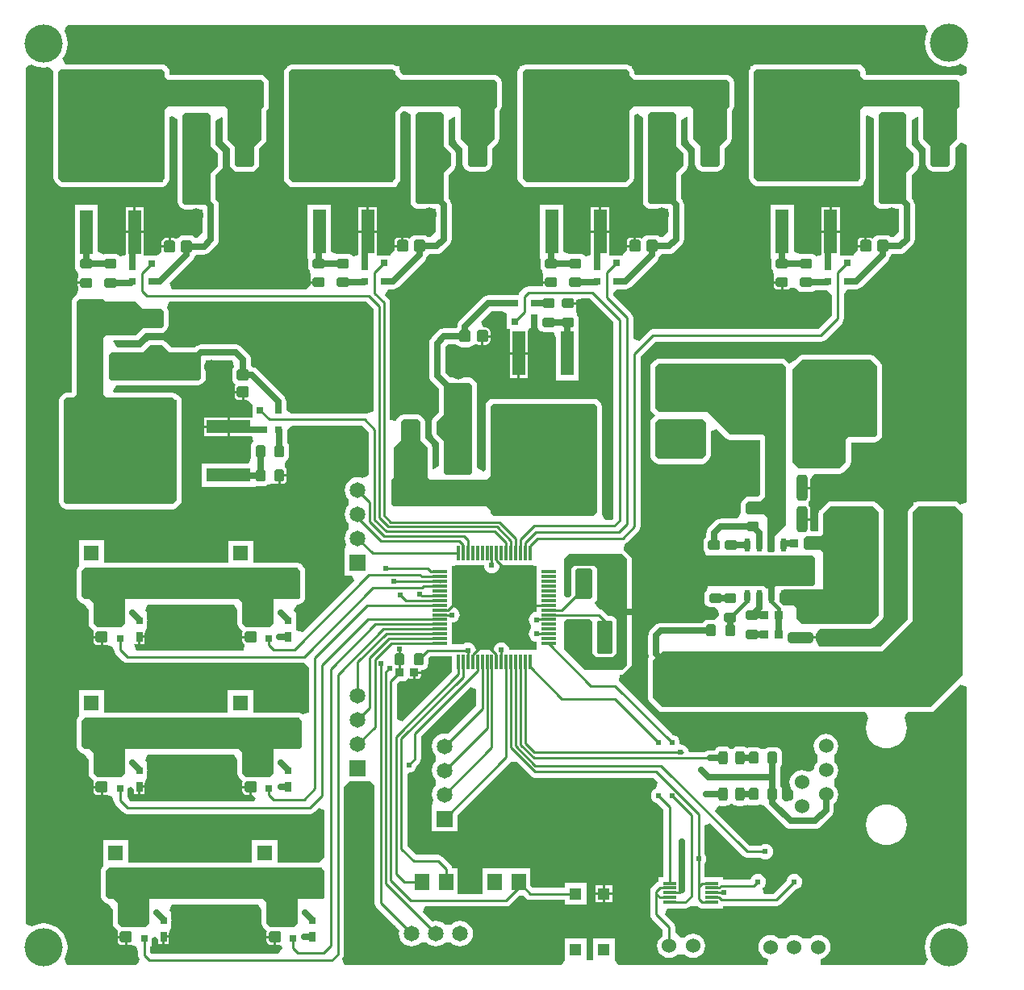
<source format=gtl>
G04*
G04 #@! TF.GenerationSoftware,Altium Limited,Altium Designer,20.1.7 (139)*
G04*
G04 Layer_Physical_Order=1*
G04 Layer_Color=65280*
%FSLAX44Y44*%
%MOMM*%
G71*
G04*
G04 #@! TF.SameCoordinates,741834D1-4314-455D-B734-137E6C24AB52*
G04*
G04*
G04 #@! TF.FilePolarity,Positive*
G04*
G01*
G75*
%ADD11C,0.4064*%
%ADD12C,0.2540*%
%ADD19R,1.9050X12.0000*%
G04:AMPARAMS|DCode=20|XSize=12mm|YSize=4mm|CornerRadius=1mm|HoleSize=0mm|Usage=FLASHONLY|Rotation=90.000|XOffset=0mm|YOffset=0mm|HoleType=Round|Shape=RoundedRectangle|*
%AMROUNDEDRECTD20*
21,1,12.0000,2.0000,0,0,90.0*
21,1,10.0000,4.0000,0,0,90.0*
1,1,2.0000,1.0000,5.0000*
1,1,2.0000,1.0000,-5.0000*
1,1,2.0000,-1.0000,-5.0000*
1,1,2.0000,-1.0000,5.0000*
%
%ADD20ROUNDEDRECTD20*%
%ADD21R,0.6350X0.6350*%
%ADD22R,0.6350X1.0160*%
G04:AMPARAMS|DCode=23|XSize=1.27mm|YSize=0.95mm|CornerRadius=0.1425mm|HoleSize=0mm|Usage=FLASHONLY|Rotation=0.000|XOffset=0mm|YOffset=0mm|HoleType=Round|Shape=RoundedRectangle|*
%AMROUNDEDRECTD23*
21,1,1.2700,0.6650,0,0,0.0*
21,1,0.9850,0.9500,0,0,0.0*
1,1,0.2850,0.4925,-0.3325*
1,1,0.2850,-0.4925,-0.3325*
1,1,0.2850,-0.4925,0.3325*
1,1,0.2850,0.4925,0.3325*
%
%ADD23ROUNDEDRECTD23*%
%ADD24R,10.8204X9.3980*%
%ADD25R,1.3716X4.6482*%
G04:AMPARAMS|DCode=26|XSize=1.27mm|YSize=1.15mm|CornerRadius=0.1725mm|HoleSize=0mm|Usage=FLASHONLY|Rotation=270.000|XOffset=0mm|YOffset=0mm|HoleType=Round|Shape=RoundedRectangle|*
%AMROUNDEDRECTD26*
21,1,1.2700,0.8050,0,0,270.0*
21,1,0.9250,1.1500,0,0,270.0*
1,1,0.3450,-0.4025,-0.4625*
1,1,0.3450,-0.4025,0.4625*
1,1,0.3450,0.4025,0.4625*
1,1,0.3450,0.4025,-0.4625*
%
%ADD26ROUNDEDRECTD26*%
G04:AMPARAMS|DCode=27|XSize=1.8mm|YSize=1.4mm|CornerRadius=0.35mm|HoleSize=0mm|Usage=FLASHONLY|Rotation=90.000|XOffset=0mm|YOffset=0mm|HoleType=Round|Shape=RoundedRectangle|*
%AMROUNDEDRECTD27*
21,1,1.8000,0.7000,0,0,90.0*
21,1,1.1000,1.4000,0,0,90.0*
1,1,0.7000,0.3500,0.5500*
1,1,0.7000,0.3500,-0.5500*
1,1,0.7000,-0.3500,-0.5500*
1,1,0.7000,-0.3500,0.5500*
%
%ADD27ROUNDEDRECTD27*%
%ADD28R,1.4000X1.8000*%
%ADD29R,1.5000X0.3000*%
%ADD30R,0.3000X1.5000*%
%ADD31R,1.4000X0.3000*%
%ADD32R,0.6350X0.6350*%
%ADD33R,1.0160X0.6350*%
%ADD34O,0.6000X1.4500*%
G04:AMPARAMS|DCode=35|XSize=1.4mm|YSize=1mm|CornerRadius=0.25mm|HoleSize=0mm|Usage=FLASHONLY|Rotation=90.000|XOffset=0mm|YOffset=0mm|HoleType=Round|Shape=RoundedRectangle|*
%AMROUNDEDRECTD35*
21,1,1.4000,0.5000,0,0,90.0*
21,1,0.9000,1.0000,0,0,90.0*
1,1,0.5000,0.2500,0.4500*
1,1,0.5000,0.2500,-0.4500*
1,1,0.5000,-0.2500,-0.4500*
1,1,0.5000,-0.2500,0.4500*
%
%ADD35ROUNDEDRECTD35*%
%ADD36R,1.2700X1.2700*%
G04:AMPARAMS|DCode=37|XSize=1.27mm|YSize=0.95mm|CornerRadius=0.1425mm|HoleSize=0mm|Usage=FLASHONLY|Rotation=90.000|XOffset=0mm|YOffset=0mm|HoleType=Round|Shape=RoundedRectangle|*
%AMROUNDEDRECTD37*
21,1,1.2700,0.6650,0,0,90.0*
21,1,0.9850,0.9500,0,0,90.0*
1,1,0.2850,0.3325,0.4925*
1,1,0.2850,0.3325,-0.4925*
1,1,0.2850,-0.3325,-0.4925*
1,1,0.2850,-0.3325,0.4925*
%
%ADD37ROUNDEDRECTD37*%
%ADD38R,9.3980X10.8204*%
%ADD39R,4.6482X1.3716*%
G04:AMPARAMS|DCode=40|XSize=2.2mm|YSize=1.55mm|CornerRadius=0.3875mm|HoleSize=0mm|Usage=FLASHONLY|Rotation=270.000|XOffset=0mm|YOffset=0mm|HoleType=Round|Shape=RoundedRectangle|*
%AMROUNDEDRECTD40*
21,1,2.2000,0.7750,0,0,270.0*
21,1,1.4250,1.5500,0,0,270.0*
1,1,0.7750,-0.3875,-0.7125*
1,1,0.7750,-0.3875,0.7125*
1,1,0.7750,0.3875,0.7125*
1,1,0.7750,0.3875,-0.7125*
%
%ADD40ROUNDEDRECTD40*%
G04:AMPARAMS|DCode=41|XSize=0.9mm|YSize=0.9mm|CornerRadius=0.135mm|HoleSize=0mm|Usage=FLASHONLY|Rotation=270.000|XOffset=0mm|YOffset=0mm|HoleType=Round|Shape=RoundedRectangle|*
%AMROUNDEDRECTD41*
21,1,0.9000,0.6300,0,0,270.0*
21,1,0.6300,0.9000,0,0,270.0*
1,1,0.2700,-0.3150,-0.3150*
1,1,0.2700,-0.3150,0.3150*
1,1,0.2700,0.3150,0.3150*
1,1,0.2700,0.3150,-0.3150*
%
%ADD41ROUNDEDRECTD41*%
G04:AMPARAMS|DCode=42|XSize=1.27mm|YSize=1.15mm|CornerRadius=0.1725mm|HoleSize=0mm|Usage=FLASHONLY|Rotation=180.000|XOffset=0mm|YOffset=0mm|HoleType=Round|Shape=RoundedRectangle|*
%AMROUNDEDRECTD42*
21,1,1.2700,0.8050,0,0,180.0*
21,1,0.9250,1.1500,0,0,180.0*
1,1,0.3450,-0.4625,0.4025*
1,1,0.3450,0.4625,0.4025*
1,1,0.3450,0.4625,-0.4025*
1,1,0.3450,-0.4625,-0.4025*
%
%ADD42ROUNDEDRECTD42*%
G04:AMPARAMS|DCode=43|XSize=2.7mm|YSize=1.15mm|CornerRadius=0.2875mm|HoleSize=0mm|Usage=FLASHONLY|Rotation=0.000|XOffset=0mm|YOffset=0mm|HoleType=Round|Shape=RoundedRectangle|*
%AMROUNDEDRECTD43*
21,1,2.7000,0.5750,0,0,0.0*
21,1,2.1250,1.1500,0,0,0.0*
1,1,0.5750,1.0625,-0.2875*
1,1,0.5750,-1.0625,-0.2875*
1,1,0.5750,-1.0625,0.2875*
1,1,0.5750,1.0625,0.2875*
%
%ADD43ROUNDEDRECTD43*%
G04:AMPARAMS|DCode=44|XSize=2.7mm|YSize=1.15mm|CornerRadius=0.2875mm|HoleSize=0mm|Usage=FLASHONLY|Rotation=270.000|XOffset=0mm|YOffset=0mm|HoleType=Round|Shape=RoundedRectangle|*
%AMROUNDEDRECTD44*
21,1,2.7000,0.5750,0,0,270.0*
21,1,2.1250,1.1500,0,0,270.0*
1,1,0.5750,-0.2875,-1.0625*
1,1,0.5750,-0.2875,1.0625*
1,1,0.5750,0.2875,1.0625*
1,1,0.5750,0.2875,-1.0625*
%
%ADD44ROUNDEDRECTD44*%
%ADD84C,0.6350*%
%ADD85R,1.6500X1.6500*%
%ADD86C,1.6500*%
%ADD87R,2.5400X2.5400*%
%ADD88R,2.5400X2.5400*%
%ADD89C,1.6510*%
%ADD90R,1.6510X1.6510*%
%ADD91R,1.5240X1.5240*%
%ADD92C,1.5240*%
%ADD93R,3.1000X2.4000*%
%ADD94R,1.5000X1.8000*%
%ADD95R,1.6510X1.6510*%
%ADD96R,1.5240X1.5240*%
%ADD97C,4.0000*%
%ADD98C,0.6096*%
%ADD99C,1.2700*%
%ADD100C,1.3970*%
G36*
X2505450Y1201581D02*
X2507614Y1196600D01*
X2506261Y1194068D01*
X2504827Y1189341D01*
X2504343Y1184424D01*
X2504827Y1179507D01*
X2506261Y1174780D01*
X2508590Y1170423D01*
X2511724Y1166604D01*
X2515543Y1163470D01*
X2519900Y1161141D01*
X2524627Y1159707D01*
X2529544Y1159223D01*
X2534460Y1159707D01*
X2539188Y1161141D01*
X2541720Y1162494D01*
X2546701Y1160330D01*
X2548070Y1158968D01*
Y1152474D01*
X2543409Y1150079D01*
X2541720Y1149705D01*
X2541295Y1149989D01*
X2540460Y1150547D01*
X2540459Y1150547D01*
X2540458Y1150548D01*
X2539464Y1150746D01*
X2538478Y1150942D01*
X2442832Y1150973D01*
X2442056Y1151749D01*
Y1154176D01*
X2441661Y1156158D01*
X2440538Y1157839D01*
X2439342Y1159035D01*
Y1160018D01*
X2438359D01*
X2437999Y1160378D01*
X2436318Y1161501D01*
X2434336Y1161896D01*
X2327656D01*
X2325674Y1161501D01*
X2323994Y1160378D01*
X2323633Y1160018D01*
X2320978D01*
Y1157127D01*
X2320331Y1156158D01*
X2319937Y1154176D01*
Y1042416D01*
X2320331Y1040434D01*
X2321454Y1038754D01*
X2325264Y1034943D01*
X2326944Y1033821D01*
X2328926Y1033427D01*
X2434676D01*
X2436658Y1033821D01*
X2438338Y1034943D01*
X2439461Y1036624D01*
X2439723Y1037938D01*
X2440538Y1038754D01*
X2441661Y1040434D01*
X2442056Y1042416D01*
Y1107121D01*
X2444397Y1108375D01*
X2450746Y1104573D01*
Y1017524D01*
X2451141Y1015542D01*
X2452263Y1013861D01*
X2454803Y1011321D01*
X2456484Y1010199D01*
X2458466Y1009805D01*
X2477064Y1009804D01*
Y985823D01*
X2471200Y980174D01*
X2468978Y980266D01*
X2467557Y981357D01*
X2465901Y982043D01*
X2464125Y982277D01*
X2456075D01*
X2454299Y982043D01*
X2452643Y981357D01*
X2451222Y980266D01*
X2449722Y978947D01*
X2447789Y979431D01*
X2446125Y979762D01*
X2443370D01*
Y970788D01*
X2442100D01*
Y969518D01*
X2433726D01*
Y966656D01*
X2433335Y965743D01*
X2429740Y961881D01*
X2428719Y961263D01*
X2420849D01*
X2414958Y961263D01*
X2414958Y966611D01*
Y984794D01*
X2405560D01*
X2396162D01*
Y962175D01*
X2393732Y960989D01*
X2389812Y960464D01*
X2389544Y960812D01*
X2388186Y961855D01*
X2386603Y962511D01*
X2384905Y962734D01*
X2375055D01*
X2373357Y962511D01*
X2373048Y962383D01*
X2368478Y964321D01*
X2366698Y965652D01*
Y1014385D01*
X2342822D01*
Y957743D01*
X2342822D01*
X2343238Y957269D01*
X2343094Y956173D01*
Y949523D01*
X2343317Y947825D01*
X2343973Y946242D01*
X2344755Y945223D01*
X2345210Y944245D01*
X2346170Y941089D01*
X2345920Y937721D01*
X2345920Y937720D01*
X2345840Y937319D01*
X2345612Y936173D01*
Y934118D01*
X2354580D01*
Y932848D01*
X2355850D01*
Y925480D01*
X2359505D01*
X2361052Y925788D01*
X2362364Y926664D01*
X2362498Y926865D01*
X2365113Y927269D01*
X2366327Y927201D01*
X2369283Y926460D01*
X2369373Y926242D01*
X2370416Y924883D01*
X2371774Y923841D01*
X2373357Y923185D01*
X2375055Y922962D01*
X2384905D01*
X2386603Y923185D01*
X2388186Y923841D01*
X2389073Y924522D01*
X2401730D01*
X2405430Y921061D01*
X2405876Y920450D01*
X2406526Y919026D01*
Y897524D01*
X2392538Y883536D01*
X2219198D01*
X2216720Y883044D01*
X2214620Y881640D01*
X2204107Y871127D01*
X2198240Y873557D01*
Y895858D01*
X2197748Y898336D01*
X2196344Y900436D01*
X2177427Y919353D01*
X2177432Y920769D01*
X2181098Y925632D01*
X2189988D01*
X2191066Y925774D01*
X2192143Y925916D01*
X2194151Y926747D01*
X2195876Y928071D01*
X2223925Y956120D01*
X2225249Y957845D01*
X2226080Y959853D01*
X2226200Y960760D01*
X2226916Y961310D01*
X2227800Y962462D01*
X2236216D01*
X2237294Y962604D01*
X2238371Y962746D01*
X2240379Y963577D01*
X2242103Y964901D01*
X2249216Y972012D01*
X2250539Y973737D01*
X2251371Y975745D01*
X2251654Y977900D01*
Y1013968D01*
X2251371Y1016123D01*
X2250539Y1018131D01*
X2249216Y1019855D01*
X2248253Y1020818D01*
X2248253Y1045859D01*
X2254357Y1051962D01*
X2255479Y1053642D01*
X2255874Y1055624D01*
Y1068355D01*
X2255479Y1070337D01*
X2254357Y1072018D01*
X2248253Y1078121D01*
Y1103047D01*
X2254603Y1106849D01*
X2255674Y1106275D01*
Y1083564D01*
X2256069Y1081582D01*
X2257191Y1079902D01*
X2263295Y1073799D01*
Y1056863D01*
X2263689Y1054881D01*
X2264812Y1053200D01*
X2267352Y1050660D01*
X2269032Y1049537D01*
X2271014Y1049143D01*
X2286254D01*
X2288236Y1049537D01*
X2289917Y1050660D01*
X2292457Y1053200D01*
X2293579Y1054881D01*
X2293974Y1056863D01*
Y1073767D01*
X2300076Y1079870D01*
X2301199Y1081551D01*
X2301593Y1083533D01*
Y1113137D01*
X2302616Y1114160D01*
X2303739Y1115841D01*
X2304133Y1117823D01*
Y1143223D01*
X2303739Y1145205D01*
X2302616Y1146885D01*
X2300076Y1149425D01*
X2299233Y1149989D01*
X2298398Y1150547D01*
X2298397Y1150547D01*
X2298396Y1150548D01*
X2297401Y1150746D01*
X2296416Y1150942D01*
X2200770Y1150973D01*
X2199158Y1152586D01*
Y1153668D01*
X2198763Y1155650D01*
X2197641Y1157330D01*
X2197280Y1157691D01*
Y1160018D01*
X2194880D01*
X2193420Y1160993D01*
X2191438Y1161387D01*
X2084758D01*
X2082776Y1160993D01*
X2081316Y1160018D01*
X2078916D01*
Y1157691D01*
X2078555Y1157330D01*
X2077433Y1155650D01*
X2077039Y1153668D01*
Y1041908D01*
X2077433Y1039926D01*
X2078555Y1038245D01*
X2082366Y1034436D01*
X2084046Y1033313D01*
X2086028Y1032918D01*
X2190168D01*
X2192150Y1033313D01*
X2193831Y1034436D01*
X2197641Y1038245D01*
X2198763Y1039926D01*
X2199158Y1041908D01*
Y1108074D01*
X2202659Y1109748D01*
X2208685Y1105885D01*
Y1017524D01*
X2209079Y1015542D01*
X2210202Y1013861D01*
X2212742Y1011321D01*
X2214422Y1010199D01*
X2216404Y1009805D01*
X2235002Y1009804D01*
Y985823D01*
X2229138Y980174D01*
X2226916Y980266D01*
X2225495Y981357D01*
X2223839Y982043D01*
X2222063Y982277D01*
X2214013D01*
X2212236Y982043D01*
X2210581Y981357D01*
X2209160Y980266D01*
X2207660Y978947D01*
X2205727Y979431D01*
X2204063Y979762D01*
X2201308D01*
Y970788D01*
X2200038D01*
Y969518D01*
X2191664D01*
Y966656D01*
X2191273Y965743D01*
X2187678Y961881D01*
X2186658Y961263D01*
X2178787D01*
X2172896Y961263D01*
X2172896Y966611D01*
Y984794D01*
X2163498D01*
X2154100D01*
Y962175D01*
X2151670Y960989D01*
X2147750Y960464D01*
X2147482Y960812D01*
X2146124Y961855D01*
X2144541Y962511D01*
X2142843Y962734D01*
X2132993D01*
X2131295Y962511D01*
X2130986Y962383D01*
X2126416Y964321D01*
X2124636Y965652D01*
Y1014385D01*
X2100760D01*
Y957743D01*
X2100760D01*
X2101176Y957269D01*
X2101032Y956173D01*
Y949523D01*
X2101255Y947825D01*
X2101911Y946242D01*
X2102693Y945223D01*
X2103148Y944245D01*
X2104108Y941089D01*
X2103858Y937721D01*
X2103858Y937720D01*
X2103778Y937319D01*
X2103550Y936173D01*
Y934118D01*
X2112518D01*
Y931578D01*
X2103550D01*
Y929523D01*
X2102915Y928748D01*
X2088388D01*
X2085910Y928256D01*
X2083810Y926852D01*
X2079492Y922534D01*
X2078088Y920434D01*
X2077823Y919099D01*
X2074451D01*
X2073910Y919170D01*
X2045970D01*
X2043815Y918886D01*
X2041807Y918055D01*
X2040083Y916731D01*
X2016096Y892746D01*
X2014773Y891021D01*
X2013941Y889013D01*
X2013800Y887935D01*
X2013658Y886858D01*
Y886202D01*
X2013106Y885778D01*
X2012222Y884626D01*
X1999996D01*
X1998918Y884484D01*
X1997841Y884342D01*
X1995833Y883511D01*
X1994108Y882188D01*
X1986743Y874821D01*
X1985419Y873097D01*
X1984588Y871089D01*
X1984446Y870012D01*
X1984304Y868934D01*
Y834898D01*
X1984446Y833821D01*
X1984588Y832743D01*
X1985419Y830735D01*
X1986743Y829011D01*
X1994816Y820937D01*
X1994816Y796657D01*
X1988714Y790555D01*
X1987591Y788874D01*
X1987197Y786892D01*
Y774161D01*
X1987591Y772179D01*
X1988714Y770498D01*
X1994816Y764395D01*
Y740102D01*
X1988466Y736560D01*
X1987650Y737065D01*
Y759683D01*
X1987255Y761665D01*
X1986133Y763345D01*
X1980029Y769448D01*
Y786384D01*
X1979635Y788366D01*
X1978513Y790046D01*
X1975972Y792587D01*
X1974292Y793709D01*
X1972310Y794103D01*
X1957070D01*
X1955088Y793709D01*
X1953407Y792587D01*
X1950867Y790046D01*
X1949745Y788366D01*
X1949574Y787510D01*
X1943224Y788135D01*
Y911606D01*
X1942732Y914084D01*
X1941328Y916184D01*
X1938230Y919282D01*
X1940861Y925632D01*
X1946148D01*
X1947225Y925774D01*
X1948303Y925916D01*
X1950311Y926747D01*
X1952036Y928071D01*
X1980085Y956120D01*
X1981409Y957845D01*
X1982240Y959853D01*
X1982360Y960760D01*
X1983076Y961310D01*
X1983961Y962462D01*
X1992376D01*
X1993454Y962604D01*
X1994531Y962746D01*
X1996539Y963577D01*
X1998264Y964901D01*
X2005376Y972012D01*
X2006699Y973737D01*
X2007531Y975745D01*
X2007814Y977900D01*
Y1013968D01*
X2007531Y1016123D01*
X2006699Y1018131D01*
X2005376Y1019855D01*
X2004413Y1020818D01*
X2004413Y1045859D01*
X2010517Y1051962D01*
X2011639Y1053642D01*
X2012034Y1055624D01*
Y1068355D01*
X2011639Y1070337D01*
X2010517Y1072018D01*
X2004413Y1078121D01*
Y1103047D01*
X2010764Y1106849D01*
X2011835Y1106275D01*
Y1083564D01*
X2012229Y1081582D01*
X2013351Y1079902D01*
X2019454Y1073799D01*
Y1056863D01*
X2019849Y1054881D01*
X2020972Y1053200D01*
X2023512Y1050660D01*
X2025192Y1049537D01*
X2027174Y1049143D01*
X2042414D01*
X2044396Y1049537D01*
X2046077Y1050660D01*
X2048616Y1053200D01*
X2049739Y1054881D01*
X2050134Y1056863D01*
Y1073767D01*
X2056237Y1079870D01*
X2057359Y1081551D01*
X2057753Y1083533D01*
Y1113137D01*
X2058777Y1114160D01*
X2059899Y1115841D01*
X2060293Y1117823D01*
Y1143223D01*
X2059899Y1145205D01*
X2058777Y1146885D01*
X2056237Y1149425D01*
X2055393Y1149989D01*
X2054558Y1150547D01*
X2054557Y1150547D01*
X2054556Y1150548D01*
X2053562Y1150746D01*
X2052576Y1150942D01*
X1956930Y1150973D01*
X1954001Y1153902D01*
X1953653Y1155650D01*
X1953440Y1155969D01*
Y1160018D01*
X1949770D01*
X1948310Y1160993D01*
X1946328Y1161387D01*
X1839648D01*
X1837666Y1160993D01*
X1836206Y1160018D01*
X1835076D01*
Y1158961D01*
X1833445Y1157330D01*
X1832323Y1155650D01*
X1831929Y1153668D01*
Y1041908D01*
X1832323Y1039926D01*
X1833445Y1038245D01*
X1837256Y1034436D01*
X1838936Y1033313D01*
X1840918Y1032918D01*
X1946668D01*
X1948650Y1033313D01*
X1950331Y1034436D01*
X1951453Y1036116D01*
X1951715Y1037430D01*
X1952531Y1038245D01*
X1953653Y1039926D01*
X1954048Y1041908D01*
Y1109761D01*
X1956929Y1112643D01*
X1959317D01*
X1964845Y1108964D01*
Y1017524D01*
X1965239Y1015542D01*
X1966362Y1013861D01*
X1968902Y1011321D01*
X1970582Y1010199D01*
X1972564Y1009805D01*
X1991162Y1009804D01*
Y985823D01*
X1985298Y980174D01*
X1983076Y980266D01*
X1981655Y981357D01*
X1979999Y982043D01*
X1978223Y982277D01*
X1970173D01*
X1968396Y982043D01*
X1966741Y981357D01*
X1965320Y980266D01*
X1963820Y978947D01*
X1961887Y979431D01*
X1960223Y979762D01*
X1957468D01*
Y970788D01*
X1956198D01*
Y969518D01*
X1947824D01*
Y966656D01*
X1947433Y965743D01*
X1943838Y961881D01*
X1942818Y961263D01*
X1934947D01*
X1929056Y961263D01*
X1929056Y966611D01*
Y984794D01*
X1919658D01*
X1910260D01*
Y962175D01*
X1907830Y960989D01*
X1903910Y960464D01*
X1903642Y960812D01*
X1902284Y961855D01*
X1900701Y962511D01*
X1899003Y962734D01*
X1889153D01*
X1887455Y962511D01*
X1887146Y962383D01*
X1882576Y964321D01*
X1880796Y965652D01*
Y1014385D01*
X1856920D01*
Y957743D01*
X1856920D01*
X1857336Y957269D01*
X1857192Y956173D01*
Y949523D01*
X1857415Y947825D01*
X1858071Y946242D01*
X1858853Y945223D01*
X1859308Y944245D01*
X1860268Y941089D01*
X1860018Y937721D01*
X1860018Y937720D01*
X1859938Y937319D01*
X1859710Y936173D01*
Y934118D01*
X1868678D01*
Y931578D01*
X1859710D01*
Y929523D01*
X1854804Y925568D01*
X1854540Y925446D01*
X1714298D01*
X1711667Y931796D01*
X1735737Y955866D01*
X1737061Y957591D01*
X1737892Y959599D01*
X1738012Y960506D01*
X1738728Y961056D01*
X1739612Y962208D01*
X1748028D01*
X1749106Y962350D01*
X1750183Y962492D01*
X1752191Y963323D01*
X1753916Y964647D01*
X1761028Y971758D01*
X1762351Y973483D01*
X1763183Y975491D01*
X1763466Y977646D01*
Y1013714D01*
X1763183Y1015869D01*
X1762351Y1017877D01*
X1761028Y1019602D01*
X1760065Y1020564D01*
X1760065Y1045605D01*
X1766169Y1051708D01*
X1767291Y1053388D01*
X1767686Y1055370D01*
Y1068101D01*
X1767291Y1070083D01*
X1766169Y1071764D01*
X1760065Y1077867D01*
Y1102793D01*
X1766416Y1106595D01*
X1767487Y1106021D01*
Y1083310D01*
X1767881Y1081328D01*
X1769003Y1079648D01*
X1775107Y1073545D01*
Y1056609D01*
X1775501Y1054627D01*
X1776624Y1052946D01*
X1779164Y1050406D01*
X1780844Y1049283D01*
X1782826Y1048889D01*
X1798066D01*
X1800048Y1049283D01*
X1801729Y1050406D01*
X1804268Y1052946D01*
X1805391Y1054627D01*
X1805786Y1056609D01*
Y1073513D01*
X1811888Y1079616D01*
X1813011Y1081297D01*
X1813405Y1083279D01*
Y1112883D01*
X1814429Y1113906D01*
X1815551Y1115587D01*
X1815945Y1117569D01*
Y1142969D01*
X1815551Y1144951D01*
X1814429Y1146631D01*
X1811888Y1149171D01*
X1811045Y1149735D01*
X1810210Y1150293D01*
X1810209Y1150294D01*
X1810208Y1150294D01*
X1809214Y1150492D01*
X1808228Y1150688D01*
X1712582Y1150719D01*
X1712059Y1151242D01*
Y1153922D01*
X1711665Y1155904D01*
X1710542Y1157585D01*
X1709092Y1159035D01*
Y1159764D01*
X1708363D01*
X1708002Y1160125D01*
X1706322Y1161247D01*
X1704340Y1161641D01*
X1602328D01*
X1599482Y1167991D01*
X1600834Y1169639D01*
X1603163Y1173996D01*
X1604597Y1178723D01*
X1605081Y1183640D01*
X1604597Y1188557D01*
X1603163Y1193284D01*
X1601391Y1196600D01*
X1602611Y1200086D01*
X1604692Y1202950D01*
X2504088D01*
X2505450Y1201581D01*
D02*
G37*
G36*
X2436876Y1154176D02*
Y1149573D01*
X2436907D01*
X2440686Y1145794D01*
X2538476Y1145763D01*
X2541016Y1143223D01*
Y1117823D01*
X2538476Y1115283D01*
Y1083533D01*
X2530856Y1075913D01*
Y1056863D01*
X2528316Y1054323D01*
X2513076D01*
X2510536Y1056863D01*
Y1075944D01*
X2502916Y1083564D01*
Y1115283D01*
X2500376Y1117823D01*
X2440686D01*
X2436876Y1114013D01*
Y1042416D01*
X2434676Y1040216D01*
Y1038606D01*
X2328926D01*
X2325116Y1042416D01*
Y1154176D01*
X2327656Y1156716D01*
X2434336D01*
X2436876Y1154176D01*
D02*
G37*
G36*
X2193978Y1153668D02*
Y1149573D01*
X2194845D01*
X2198624Y1145794D01*
X2296414Y1145763D01*
X2298954Y1143223D01*
Y1117823D01*
X2296414Y1115283D01*
Y1083533D01*
X2288794Y1075913D01*
Y1056863D01*
X2286254Y1054323D01*
X2271014D01*
X2268474Y1056863D01*
Y1075944D01*
X2260854Y1083564D01*
Y1115283D01*
X2258314Y1117823D01*
X2198624D01*
X2193978Y1113177D01*
Y1041908D01*
X2190168Y1038098D01*
X2086028D01*
X2082218Y1041908D01*
Y1153668D01*
X2084758Y1156208D01*
X2191438D01*
X2193978Y1153668D01*
D02*
G37*
G36*
X1948868D02*
Y1151710D01*
X1954784Y1145794D01*
X2052574Y1145763D01*
X2055114Y1143223D01*
Y1117823D01*
X2052574Y1115283D01*
Y1083533D01*
X2044954Y1075913D01*
Y1056863D01*
X2042414Y1054323D01*
X2027174D01*
X2024634Y1056863D01*
Y1075944D01*
X2017014Y1083564D01*
Y1115283D01*
X2014474Y1117823D01*
X1954784D01*
X1948868Y1111907D01*
Y1041908D01*
X1946668Y1039708D01*
Y1038098D01*
X1840918D01*
X1837108Y1041908D01*
Y1153668D01*
X1839648Y1156208D01*
X1946328D01*
X1948868Y1153668D01*
D02*
G37*
G36*
X1706880Y1153922D02*
Y1149096D01*
X1710436Y1145540D01*
X1808226Y1145509D01*
X1810766Y1142969D01*
Y1117569D01*
X1808226Y1115029D01*
Y1083279D01*
X1800606Y1075659D01*
Y1056609D01*
X1798066Y1054069D01*
X1782826D01*
X1780286Y1056609D01*
Y1075690D01*
X1772666Y1083310D01*
Y1115029D01*
X1770126Y1117569D01*
X1710436D01*
X1706880Y1114013D01*
Y1042162D01*
X1704680Y1039962D01*
Y1038352D01*
X1598930D01*
X1595120Y1042162D01*
Y1153922D01*
X1597660Y1156462D01*
X1704340D01*
X1706880Y1153922D01*
D02*
G37*
G36*
X2485136Y1108964D02*
Y1075975D01*
X2492756Y1068355D01*
Y1055624D01*
X2485136Y1048004D01*
X2485136Y1017110D01*
X2483010Y1014984D01*
X2458466Y1014984D01*
X2455926Y1017524D01*
Y1108964D01*
X2458466Y1111504D01*
X2482596D01*
X2485136Y1108964D01*
D02*
G37*
G36*
X2243074D02*
Y1075975D01*
X2250694Y1068355D01*
Y1055624D01*
X2243074Y1048004D01*
X2243074Y1017110D01*
X2240948Y1014984D01*
X2216404Y1014984D01*
X2213864Y1017524D01*
Y1108964D01*
X2216404Y1111504D01*
X2240534D01*
X2243074Y1108964D01*
D02*
G37*
G36*
X1999234D02*
Y1075975D01*
X2006854Y1068355D01*
Y1055624D01*
X1999234Y1048004D01*
X1999234Y1017110D01*
X1997108Y1014984D01*
X1972564Y1014984D01*
X1970024Y1017524D01*
Y1108964D01*
X1972564Y1111504D01*
X1996694D01*
X1999234Y1108964D01*
D02*
G37*
G36*
X1754886Y1108710D02*
Y1075721D01*
X1762506Y1068101D01*
Y1055370D01*
X1754886Y1047750D01*
X1754886Y1016856D01*
X1752760Y1014730D01*
X1728216Y1014730D01*
X1725676Y1017270D01*
Y1108710D01*
X1728216Y1111250D01*
X1752346D01*
X1754886Y1108710D01*
D02*
G37*
G36*
X1570236Y1160357D02*
X1574963Y1158923D01*
X1579880Y1158439D01*
X1584378Y1158882D01*
X1585058Y1158816D01*
X1585701Y1158552D01*
X1586119Y1158314D01*
X1589940Y1153922D01*
Y1042162D01*
X1590335Y1040180D01*
X1591458Y1038500D01*
X1595267Y1034689D01*
X1596948Y1033567D01*
X1598930Y1033173D01*
X1704680D01*
X1706662Y1033567D01*
X1708342Y1034689D01*
X1709465Y1036370D01*
X1709727Y1037684D01*
X1710542Y1038500D01*
X1711665Y1040180D01*
X1712059Y1042162D01*
Y1106698D01*
X1714147Y1107816D01*
X1720497Y1104013D01*
Y1017270D01*
X1720891Y1015288D01*
X1722014Y1013607D01*
X1724554Y1011068D01*
X1726234Y1009945D01*
X1728216Y1009550D01*
X1746814Y1009550D01*
Y985568D01*
X1740950Y979920D01*
X1738728Y980012D01*
X1737307Y981103D01*
X1735651Y981789D01*
X1733875Y982023D01*
X1725825D01*
X1724048Y981789D01*
X1722393Y981103D01*
X1720972Y980012D01*
X1719472Y978693D01*
X1717539Y979177D01*
X1715875Y979508D01*
X1713120D01*
Y970534D01*
X1711850D01*
Y969264D01*
X1703476D01*
Y966402D01*
X1703085Y965489D01*
X1699490Y961627D01*
X1698470Y961009D01*
X1690599D01*
X1684708Y961009D01*
X1684708Y966357D01*
Y984540D01*
X1675310D01*
X1665912D01*
Y961921D01*
X1663482Y960735D01*
X1659562Y960210D01*
X1659294Y960558D01*
X1657936Y961601D01*
X1656353Y962256D01*
X1654655Y962480D01*
X1644805D01*
X1643107Y962256D01*
X1642798Y962129D01*
X1638228Y964067D01*
X1636448Y965398D01*
Y1014131D01*
X1612572D01*
Y957489D01*
X1612572D01*
X1612988Y957014D01*
X1612844Y955919D01*
Y949269D01*
X1613067Y947571D01*
X1613723Y945988D01*
X1614505Y944969D01*
X1614960Y943991D01*
X1615920Y940835D01*
X1615670Y937467D01*
X1615670Y937466D01*
X1615590Y937065D01*
X1615362Y935919D01*
Y933864D01*
X1624330D01*
Y931324D01*
X1615362D01*
Y929269D01*
X1615670Y927722D01*
X1616324Y926743D01*
X1616356Y926230D01*
X1616064Y924713D01*
X1614770Y920167D01*
X1614728Y920158D01*
X1613047Y919035D01*
X1610508Y916496D01*
X1609944Y915652D01*
X1609385Y914817D01*
X1609385Y914816D01*
X1609385Y914815D01*
X1609187Y913820D01*
X1608990Y912835D01*
X1608960Y817189D01*
X1608550Y816779D01*
X1603756D01*
X1601774Y816385D01*
X1600094Y815263D01*
X1597554Y812722D01*
X1596431Y811042D01*
X1596037Y809060D01*
Y702380D01*
X1596431Y700398D01*
X1597554Y698718D01*
X1600094Y696178D01*
X1601774Y695055D01*
X1603756Y694660D01*
X1715516D01*
X1717498Y695055D01*
X1719178Y696178D01*
X1722988Y699988D01*
X1724111Y701668D01*
X1724505Y703650D01*
Y809400D01*
X1724111Y811382D01*
X1722988Y813063D01*
X1721308Y814185D01*
X1719994Y814447D01*
X1719178Y815263D01*
X1717498Y816385D01*
X1715516Y816779D01*
X1653234D01*
X1652250Y818542D01*
X1655978Y824893D01*
X1742217D01*
X1744199Y825287D01*
X1745880Y826410D01*
X1748420Y828950D01*
X1749543Y830630D01*
X1749937Y832612D01*
Y850956D01*
X1777853D01*
X1778060Y850749D01*
X1779698Y844538D01*
X1778607Y843117D01*
X1777921Y841461D01*
X1777687Y839685D01*
Y831635D01*
X1777921Y829858D01*
X1778607Y828203D01*
X1779698Y826782D01*
X1781017Y825282D01*
X1780533Y823349D01*
X1780202Y821685D01*
Y818930D01*
X1789176D01*
Y817660D01*
X1790446D01*
Y809286D01*
X1793308D01*
X1794221Y808895D01*
X1798083Y805300D01*
X1798701Y804279D01*
Y796409D01*
X1798701Y790518D01*
X1793353Y790518D01*
X1775170D01*
Y781120D01*
Y771722D01*
X1797789D01*
X1798975Y769292D01*
X1799500Y765372D01*
X1799152Y765104D01*
X1798109Y763746D01*
X1797453Y762163D01*
X1797230Y760465D01*
Y750615D01*
X1797453Y748917D01*
X1797581Y748608D01*
X1795643Y744038D01*
X1794312Y742258D01*
X1745579D01*
Y718382D01*
X1802221D01*
Y718382D01*
X1802695Y718798D01*
X1803791Y718654D01*
X1810441D01*
X1812139Y718877D01*
X1813722Y719533D01*
X1814741Y720315D01*
X1815719Y720770D01*
X1818875Y721730D01*
X1822243Y721480D01*
X1822244Y721480D01*
X1822645Y721400D01*
X1823791Y721172D01*
X1825846D01*
Y730140D01*
X1827116D01*
Y731410D01*
X1834484D01*
Y735065D01*
X1834176Y736612D01*
X1833300Y737924D01*
X1833099Y738057D01*
X1832695Y740673D01*
X1832763Y741887D01*
X1833504Y744843D01*
X1833722Y744933D01*
X1835081Y745976D01*
X1836123Y747334D01*
X1836779Y748917D01*
X1837002Y750615D01*
Y760465D01*
X1836779Y762163D01*
X1836123Y763746D01*
X1835442Y764633D01*
Y777290D01*
X1838775Y781074D01*
X1839333Y781509D01*
X1840863Y782266D01*
X1914186D01*
X1920624Y775828D01*
Y730698D01*
X1918740Y729026D01*
X1914274Y727032D01*
X1912545Y727748D01*
X1909064Y728206D01*
X1905583Y727748D01*
X1902339Y726404D01*
X1899553Y724267D01*
X1897416Y721481D01*
X1896072Y718237D01*
X1895614Y714756D01*
X1896072Y711275D01*
X1897416Y708031D01*
X1899002Y705964D01*
X1899553Y705144D01*
Y698968D01*
X1899002Y698148D01*
X1897416Y696081D01*
X1896072Y692837D01*
X1895614Y689356D01*
X1896072Y685875D01*
X1897416Y682631D01*
X1899002Y680564D01*
X1899553Y679744D01*
Y673568D01*
X1899002Y672748D01*
X1897416Y670681D01*
X1896072Y667437D01*
X1895614Y663956D01*
X1896072Y660475D01*
X1896998Y658241D01*
X1895729Y651891D01*
X1895729Y651891D01*
Y625221D01*
X1903168D01*
X1905598Y619354D01*
X1851593Y565349D01*
X1844905Y567641D01*
X1844675Y569468D01*
X1844675Y572860D01*
Y577182D01*
X1844746Y577723D01*
Y578358D01*
X1844675Y578899D01*
Y585978D01*
X1843991D01*
X1842180Y588419D01*
X1845376Y594768D01*
X1847088D01*
X1849070Y595163D01*
X1850750Y596286D01*
X1852782Y598317D01*
X1853905Y599998D01*
X1854299Y601980D01*
Y629920D01*
X1853905Y631902D01*
X1852782Y633582D01*
X1851265Y635099D01*
X1850242Y636631D01*
X1848562Y637753D01*
X1846580Y638148D01*
X1799966D01*
Y661538D01*
X1773306D01*
Y638148D01*
X1643248D01*
Y661792D01*
X1616588D01*
Y635132D01*
X1614465Y631140D01*
X1614070Y629158D01*
Y603758D01*
X1614465Y601776D01*
X1615587Y600095D01*
X1617319Y598364D01*
X1619397Y596286D01*
X1619398Y596285D01*
X1619398Y596285D01*
X1620259Y595710D01*
X1621078Y595163D01*
X1621078Y595163D01*
X1621078Y595162D01*
X1622133Y594953D01*
X1623060Y594768D01*
X1623062Y594765D01*
X1626770Y588740D01*
X1626770Y574548D01*
X1627165Y572566D01*
X1628288Y570886D01*
X1632097Y567076D01*
X1632591Y566746D01*
X1632197Y566157D01*
X1631866Y564493D01*
Y561738D01*
X1640840D01*
Y560468D01*
X1642110D01*
Y552094D01*
X1645465D01*
X1651635Y550418D01*
X1653887Y545001D01*
X1653908Y544892D01*
X1655312Y542792D01*
X1662932Y535172D01*
X1665032Y533768D01*
X1667510Y533276D01*
X1852930D01*
X1857813Y528440D01*
X1857886Y528280D01*
Y481250D01*
X1857187Y480776D01*
X1851512Y479151D01*
X1849832Y480273D01*
X1847850Y480667D01*
X1799458D01*
Y504566D01*
X1772798D01*
Y480667D01*
X1643248D01*
Y504312D01*
X1616588D01*
Y477652D01*
X1614465Y473660D01*
X1614070Y471678D01*
X1614070Y446278D01*
X1614320Y445023D01*
X1614465Y444296D01*
X1614465Y444296D01*
X1614465Y444296D01*
X1615080Y443376D01*
X1615587Y442616D01*
X1619397Y438806D01*
X1619398Y438805D01*
X1619398Y438805D01*
X1620259Y438230D01*
X1621078Y437683D01*
X1621078Y437683D01*
X1621078Y437682D01*
X1622133Y437473D01*
X1623060Y437288D01*
X1623062Y437285D01*
X1626770Y431260D01*
X1626770Y417068D01*
X1627165Y415086D01*
X1628288Y413405D01*
X1632097Y409595D01*
X1632591Y409266D01*
X1632197Y408677D01*
X1631866Y407013D01*
Y404258D01*
X1640840D01*
Y402988D01*
X1642110D01*
Y394614D01*
X1645465D01*
X1651635Y392938D01*
X1653654Y387424D01*
X1653908Y386142D01*
X1655312Y384042D01*
X1662932Y376422D01*
X1665032Y375018D01*
X1667510Y374526D01*
X1859280D01*
X1861758Y375018D01*
X1863858Y376422D01*
X1868529Y381093D01*
X1874396Y378663D01*
X1874396Y329182D01*
X1874002Y328206D01*
X1868046Y323187D01*
X1824858D01*
Y347086D01*
X1798198D01*
Y323187D01*
X1668648D01*
Y346832D01*
X1641988D01*
Y320172D01*
X1639865Y316180D01*
X1639471Y314198D01*
Y288798D01*
X1639865Y286816D01*
X1640988Y285135D01*
X1642719Y283404D01*
X1644797Y281325D01*
X1644798Y281325D01*
X1644798Y281325D01*
X1645659Y280750D01*
X1646478Y280203D01*
X1646478Y280203D01*
X1646478Y280202D01*
X1647533Y279993D01*
X1648460Y279808D01*
X1648462Y279805D01*
X1652171Y273780D01*
X1652171Y259588D01*
X1652565Y257606D01*
X1653687Y255926D01*
X1657498Y252115D01*
X1657991Y251786D01*
X1657597Y251197D01*
X1657266Y249533D01*
Y246778D01*
X1666240D01*
Y245508D01*
X1667510D01*
Y237134D01*
X1670865D01*
X1677035Y235458D01*
X1678816Y229846D01*
Y226060D01*
X1679308Y223582D01*
X1680200Y222248D01*
X1679438Y219388D01*
X1677315Y215898D01*
X1605000D01*
X1603638Y217267D01*
X1601474Y222248D01*
X1602827Y224780D01*
X1604261Y229507D01*
X1604745Y234424D01*
X1604261Y239340D01*
X1602827Y244068D01*
X1600498Y248425D01*
X1597364Y252244D01*
X1593545Y255378D01*
X1589188Y257707D01*
X1584461Y259141D01*
X1579544Y259625D01*
X1574628Y259141D01*
X1569900Y257707D01*
X1567368Y256354D01*
X1562387Y258518D01*
X1561018Y259880D01*
Y1158460D01*
X1562930Y1160122D01*
X1567368Y1161890D01*
X1570236Y1160357D01*
D02*
G37*
G36*
X1711737Y859282D02*
X1740947D01*
X1744757Y855472D01*
Y832612D01*
X1742217Y830072D01*
X1650777D01*
X1648237Y832612D01*
Y856742D01*
X1650777Y859282D01*
X1683766D01*
X1691386Y866902D01*
X1704117D01*
X1711737Y859282D01*
D02*
G37*
G36*
X2177418Y890890D02*
Y685180D01*
X2175876Y683638D01*
X2169001D01*
X2168735Y683669D01*
X2165989Y687761D01*
X2165222Y689988D01*
X2165450Y691134D01*
Y802894D01*
X2165055Y804876D01*
X2163932Y806556D01*
X2161393Y809097D01*
X2159712Y810219D01*
X2157730Y810613D01*
X2051050D01*
X2049068Y810219D01*
X2047388Y809097D01*
X2044848Y806556D01*
X2043725Y804876D01*
X2043331Y802894D01*
Y736035D01*
X2040735Y734489D01*
X2034386Y738098D01*
Y824992D01*
X2033991Y826974D01*
X2032868Y828654D01*
X2030329Y831195D01*
X2028648Y832317D01*
X2026666Y832711D01*
X2006592Y832712D01*
X2000956Y838347D01*
Y865485D01*
X2003445Y867974D01*
X2012222D01*
X2013106Y866822D01*
X2014527Y865731D01*
X2016183Y865045D01*
X2017959Y864811D01*
X2026009D01*
X2027785Y865045D01*
X2029441Y865731D01*
X2030862Y866822D01*
X2032362Y868141D01*
X2034295Y867657D01*
X2035959Y867326D01*
X2038714D01*
Y876300D01*
X2039984D01*
Y877570D01*
X2048358D01*
Y880925D01*
X2048027Y882589D01*
X2047084Y884000D01*
X2045673Y884943D01*
X2044009Y885274D01*
X2041155D01*
X2038525Y891624D01*
X2049419Y902518D01*
X2060328D01*
X2065655Y900049D01*
Y883539D01*
X2068957D01*
Y859552D01*
X2087753D01*
Y880045D01*
X2088285Y884257D01*
X2091950Y885597D01*
X2098207Y885661D01*
X2098863Y884078D01*
X2099906Y882720D01*
X2101264Y881677D01*
X2102847Y881021D01*
X2104545Y880798D01*
X2114395D01*
X2117217Y874896D01*
Y829961D01*
X2141093D01*
Y885968D01*
X2141276Y887359D01*
Y894009D01*
X2141053Y895707D01*
X2140397Y897290D01*
X2139615Y898309D01*
X2139160Y899287D01*
X2138200Y902443D01*
X2138450Y905812D01*
X2138758Y907359D01*
Y909414D01*
X2129790D01*
Y911954D01*
X2138758D01*
Y914009D01*
X2144876Y915800D01*
X2152508D01*
X2177418Y890890D01*
D02*
G37*
G36*
X1925704Y905368D02*
Y797506D01*
X1919354Y794716D01*
X1919346Y794722D01*
X1916868Y795214D01*
X1839324D01*
X1834332Y798720D01*
Y807610D01*
X1834048Y809765D01*
X1833217Y811773D01*
X1831893Y813498D01*
X1803844Y841547D01*
X1802119Y842871D01*
X1800111Y843702D01*
X1799204Y843822D01*
X1798654Y844538D01*
X1797502Y845423D01*
Y851408D01*
X1797218Y853563D01*
X1796387Y855571D01*
X1795063Y857296D01*
X1787189Y865170D01*
X1785465Y866493D01*
X1783457Y867325D01*
X1782379Y867466D01*
X1781302Y867608D01*
X1744980D01*
X1743902Y867466D01*
X1742825Y867325D01*
X1740817Y866493D01*
X1739093Y865170D01*
X1738385Y864462D01*
X1713883D01*
X1707780Y870564D01*
X1706099Y871687D01*
X1704117Y872082D01*
X1691386D01*
X1689404Y871687D01*
X1687724Y870564D01*
X1681621Y864462D01*
X1656543D01*
X1652816Y870811D01*
X1653531Y872094D01*
X1676369D01*
X1678351Y872488D01*
X1680031Y873611D01*
X1686134Y879714D01*
X1703070D01*
X1705052Y880108D01*
X1706732Y881230D01*
X1709272Y883771D01*
X1710395Y885451D01*
X1710789Y887433D01*
Y902673D01*
X1710395Y904655D01*
X1709398Y906148D01*
X1709550Y906941D01*
X1712091Y912498D01*
X1918574D01*
X1925704Y905368D01*
D02*
G37*
G36*
X2274570Y785368D02*
Y751078D01*
X2270760Y747268D01*
X2225040D01*
X2221230Y751078D01*
Y785368D01*
X2225040Y789178D01*
X2270760D01*
X2274570Y785368D01*
D02*
G37*
G36*
X2454275Y845058D02*
X2454275Y772795D01*
X2451608Y770128D01*
X2423668D01*
X2421636Y768096D01*
X2421636Y743839D01*
X2414905Y737108D01*
X2372346Y737108D01*
X2365488Y743966D01*
Y841248D01*
X2375648Y851408D01*
X2447925D01*
X2454275Y845058D01*
D02*
G37*
G36*
X2497737Y1106275D02*
Y1083564D01*
X2498131Y1081582D01*
X2499254Y1079902D01*
X2505356Y1073799D01*
Y1056863D01*
X2505751Y1054881D01*
X2506873Y1053200D01*
X2509413Y1050660D01*
X2511094Y1049537D01*
X2513076Y1049143D01*
X2528316D01*
X2530298Y1049537D01*
X2531978Y1050660D01*
X2534518Y1053200D01*
X2535641Y1054881D01*
X2536035Y1056863D01*
Y1073767D01*
X2541720Y1079451D01*
X2543497Y1079286D01*
X2548070Y1077317D01*
Y702164D01*
X2541720Y699533D01*
X2539852Y701401D01*
X2538172Y702523D01*
X2536190Y702917D01*
X2498090D01*
X2496108Y702523D01*
X2495112Y701858D01*
X2492121D01*
Y699094D01*
X2488078Y695051D01*
X2486955Y693370D01*
X2486561Y691388D01*
Y579434D01*
X2457664Y550537D01*
X2393978D01*
X2392623Y551882D01*
X2389742Y556888D01*
X2389806Y557207D01*
Y558812D01*
X2373660D01*
Y561352D01*
X2389806D01*
Y562733D01*
X2389806Y562957D01*
X2393123Y568096D01*
X2394341Y569082D01*
X2447004D01*
X2448986Y569477D01*
X2450667Y570600D01*
X2459842Y579775D01*
X2460965Y581456D01*
X2461359Y583438D01*
X2461359Y691388D01*
X2460965Y693370D01*
X2459842Y695051D01*
X2459842Y695051D01*
X2453492Y701400D01*
X2453492Y701401D01*
X2451812Y702523D01*
X2449830Y702917D01*
X2405380D01*
X2405380Y702917D01*
X2403930Y702629D01*
X2403398Y702523D01*
X2403398Y702523D01*
X2403398Y702523D01*
X2402386Y701847D01*
X2401717Y701401D01*
X2401717Y701400D01*
X2401717Y701400D01*
X2394098Y693781D01*
X2394098Y693781D01*
X2394098Y693780D01*
X2393633Y693085D01*
X2392975Y692100D01*
X2392975Y692100D01*
X2392975Y692100D01*
X2392811Y691278D01*
X2392581Y690118D01*
X2392580Y671168D01*
X2385667D01*
X2384070Y673113D01*
Y682468D01*
X2375674D01*
Y685008D01*
X2384070D01*
Y694363D01*
X2383650Y696476D01*
X2382453Y698301D01*
Y702196D01*
X2383650Y704020D01*
X2384070Y706133D01*
Y715488D01*
X2375674D01*
Y718028D01*
X2384070D01*
Y725579D01*
X2387351Y730359D01*
X2389016Y731870D01*
X2389148Y731928D01*
X2414905Y731928D01*
X2416887Y732323D01*
X2418568Y733446D01*
X2418568Y733446D01*
X2425299Y740177D01*
X2426421Y741857D01*
X2426816Y743839D01*
X2426815Y764949D01*
X2451608D01*
X2453590Y765343D01*
X2455271Y766466D01*
X2457937Y769133D01*
X2459060Y770813D01*
X2459454Y772795D01*
X2459455Y845058D01*
X2459060Y847040D01*
X2457937Y848720D01*
X2457937Y848720D01*
X2451588Y855070D01*
X2451588Y855070D01*
X2449907Y856193D01*
X2447925Y856588D01*
X2375648D01*
X2373666Y856193D01*
X2371985Y855070D01*
X2371985Y855070D01*
X2367557Y850642D01*
X2362054Y847451D01*
X2362052Y847450D01*
X2358242Y851261D01*
X2356562Y852383D01*
X2354580Y852777D01*
X2225040D01*
X2225040Y852777D01*
X2223058Y852383D01*
X2221378Y851261D01*
X2217568Y847450D01*
X2216445Y845770D01*
X2216051Y843788D01*
Y800608D01*
X2216445Y798626D01*
X2217568Y796945D01*
X2221241Y792988D01*
X2217567Y789031D01*
X2216445Y787350D01*
X2216051Y785368D01*
Y751078D01*
X2216445Y749096D01*
X2217567Y747415D01*
X2221378Y743605D01*
X2223058Y742483D01*
X2225040Y742088D01*
X2270760D01*
X2272742Y742483D01*
X2274422Y743605D01*
X2278233Y747415D01*
X2279355Y749096D01*
X2279749Y751078D01*
Y776583D01*
X2286100Y779214D01*
X2296308Y769006D01*
X2297988Y767883D01*
X2299970Y767488D01*
X2331620D01*
X2331620Y745744D01*
X2331620Y745744D01*
Y710043D01*
X2329575Y707998D01*
X2319020D01*
X2317038Y707603D01*
X2315358Y706480D01*
X2312818Y703941D01*
X2311695Y702260D01*
X2311301Y700278D01*
Y691388D01*
X2311381Y690984D01*
X2308700Y686194D01*
X2307246Y684634D01*
X2289970D01*
X2288893Y684492D01*
X2287815Y684351D01*
X2285807Y683519D01*
X2284082Y682196D01*
X2277572Y675686D01*
X2276249Y673961D01*
X2275417Y671953D01*
X2275276Y670875D01*
X2275134Y669798D01*
Y665853D01*
X2273896Y664902D01*
X2272853Y663544D01*
X2272197Y661961D01*
X2271974Y660263D01*
Y653613D01*
X2272197Y651915D01*
X2272853Y650332D01*
X2273635Y649313D01*
X2274090Y648335D01*
X2275050Y645179D01*
X2275022Y644795D01*
X2275840Y645668D01*
X2334230D01*
X2334525Y645790D01*
X2335910Y646853D01*
X2336947Y645816D01*
X2337168Y645668D01*
X2386330D01*
X2388870Y643128D01*
Y616458D01*
X2386250Y613838D01*
X2348536D01*
X2345724Y611931D01*
X2345312Y612067D01*
X2344420Y612244D01*
Y602598D01*
X2341880D01*
Y612244D01*
X2340988Y612067D01*
X2338527Y611258D01*
X2334628Y613838D01*
X2276268D01*
X2276320Y613137D01*
X2275360Y609981D01*
X2274905Y609003D01*
X2274123Y607984D01*
X2273467Y606401D01*
X2273244Y604703D01*
Y598053D01*
X2273467Y596355D01*
X2274123Y594772D01*
X2275166Y593414D01*
X2276524Y592371D01*
X2278107Y591716D01*
X2279805Y591492D01*
X2284315D01*
X2285560Y590548D01*
X2287715Y587490D01*
X2288584Y585142D01*
X2288484Y584383D01*
Y583552D01*
X2287395Y581953D01*
X2283135Y578414D01*
X2282134Y578414D01*
X2276485D01*
X2274787Y578191D01*
X2273204Y577535D01*
X2271846Y576492D01*
X2270896Y575254D01*
X2227580D01*
X2225425Y574971D01*
X2223417Y574139D01*
X2221693Y572816D01*
X2216613Y567735D01*
X2215289Y566011D01*
X2214458Y564003D01*
X2214316Y562925D01*
X2214174Y561848D01*
Y542798D01*
X2214316Y541721D01*
X2214458Y540643D01*
X2214956Y539440D01*
X2214580Y538879D01*
X2214090Y538272D01*
X2214023Y538044D01*
X2213891Y537847D01*
X2213739Y537082D01*
X2213518Y536334D01*
X2213543Y536098D01*
X2213497Y535865D01*
Y496944D01*
X2213891Y494962D01*
X2215014Y493282D01*
X2223770Y484525D01*
X2223858Y484467D01*
X2223918Y484377D01*
X2225188Y483107D01*
X2226868Y481985D01*
X2228850Y481590D01*
X2441896Y481590D01*
X2443474Y479840D01*
X2445352Y475240D01*
X2444216Y473116D01*
X2442997Y469095D01*
X2442585Y464914D01*
X2442997Y460733D01*
X2444216Y456712D01*
X2446197Y453006D01*
X2448862Y449758D01*
X2452110Y447093D01*
X2455816Y445112D01*
X2459837Y443893D01*
X2464018Y443481D01*
X2468199Y443893D01*
X2472220Y445112D01*
X2475926Y447093D01*
X2479174Y449758D01*
X2481839Y453006D01*
X2483820Y456712D01*
X2485039Y460733D01*
X2485451Y464914D01*
X2485039Y469095D01*
X2483820Y473116D01*
X2482684Y475240D01*
X2484562Y479840D01*
X2486140Y481590D01*
X2510354D01*
X2512336Y481985D01*
X2514017Y483107D01*
X2541720Y510810D01*
X2548070Y508180D01*
Y259880D01*
X2546701Y258518D01*
X2541720Y256354D01*
X2539188Y257707D01*
X2534460Y259141D01*
X2529544Y259625D01*
X2524627Y259141D01*
X2519900Y257707D01*
X2515543Y255378D01*
X2511724Y252244D01*
X2508590Y248425D01*
X2506261Y244068D01*
X2504827Y239340D01*
X2504343Y234424D01*
X2504827Y229507D01*
X2506261Y224780D01*
X2507614Y222248D01*
X2505450Y217267D01*
X2504088Y215898D01*
X2395266D01*
X2394850Y222248D01*
X2395689Y222359D01*
X2398779Y223639D01*
X2401432Y225674D01*
X2403467Y228327D01*
X2404747Y231417D01*
X2405184Y234732D01*
X2404747Y238047D01*
X2403467Y241137D01*
X2401432Y243790D01*
X2398779Y245825D01*
X2395689Y247105D01*
X2392374Y247542D01*
X2389059Y247105D01*
X2385969Y245825D01*
X2383766Y244135D01*
X2383156Y243790D01*
X2376592D01*
X2375982Y244135D01*
X2373779Y245825D01*
X2370689Y247105D01*
X2367374Y247542D01*
X2364059Y247105D01*
X2360969Y245825D01*
X2358766Y244135D01*
X2358156Y243790D01*
X2351592D01*
X2350982Y244135D01*
X2348779Y245825D01*
X2345689Y247105D01*
X2342374Y247542D01*
X2339059Y247105D01*
X2335969Y245825D01*
X2333316Y243790D01*
X2331281Y241137D01*
X2330001Y238047D01*
X2329564Y234732D01*
X2330001Y231417D01*
X2331281Y228327D01*
X2333316Y225674D01*
X2335969Y223639D01*
X2339059Y222359D01*
X2339898Y222248D01*
X2339482Y215898D01*
X2182142D01*
X2179080Y220980D01*
X2179080Y222248D01*
Y243840D01*
X2156220D01*
Y222248D01*
X2156220Y221434D01*
X2155841Y221053D01*
X2149459D01*
X2149080Y221434D01*
X2149080Y222248D01*
Y243840D01*
X2126220D01*
Y222248D01*
X2126220Y220980D01*
X2123158Y215898D01*
X1895195D01*
X1892565Y222248D01*
X1893068Y222752D01*
X1894472Y224852D01*
X1894964Y227330D01*
X1894964Y403393D01*
X1901314Y409321D01*
X1922653D01*
X1926974Y404761D01*
Y281432D01*
X1927466Y278954D01*
X1928870Y276854D01*
X1953072Y252652D01*
X1952968Y252401D01*
X1952510Y248920D01*
X1952968Y245439D01*
X1954312Y242195D01*
X1956449Y239409D01*
X1959235Y237272D01*
X1962479Y235928D01*
X1965960Y235470D01*
X1969441Y235928D01*
X1972685Y237272D01*
X1974752Y238858D01*
X1975572Y239409D01*
X1981749D01*
X1982568Y238858D01*
X1984635Y237272D01*
X1987879Y235928D01*
X1991360Y235470D01*
X1994841Y235928D01*
X1998085Y237272D01*
X2000152Y238858D01*
X2000972Y239409D01*
X2007148D01*
X2007968Y238858D01*
X2010035Y237272D01*
X2013279Y235928D01*
X2016760Y235470D01*
X2020241Y235928D01*
X2023485Y237272D01*
X2026271Y239409D01*
X2028408Y242195D01*
X2029752Y245439D01*
X2030210Y248920D01*
X2029752Y252401D01*
X2028408Y255645D01*
X2026271Y258431D01*
X2023485Y260568D01*
X2020241Y261912D01*
X2016760Y262370D01*
X2013279Y261912D01*
X2010035Y260568D01*
X2007968Y258982D01*
X2007148Y258431D01*
X2000972D01*
X2000152Y258982D01*
X1998085Y260568D01*
X1994841Y261912D01*
X1991360Y262370D01*
X1987879Y261912D01*
X1987628Y261808D01*
X1977805Y271631D01*
X1980235Y277498D01*
X2064766D01*
X2067244Y277990D01*
X2069344Y279394D01*
X2078892Y288942D01*
X2082898D01*
X2085588Y286252D01*
X2087688Y284848D01*
X2090166Y284356D01*
X2126220D01*
Y279400D01*
X2149080D01*
Y302260D01*
X2126220D01*
Y297304D01*
X2092848D01*
X2090554Y299598D01*
Y317102D01*
X2071504D01*
X2065394Y317102D01*
Y317102D01*
X2065154D01*
Y317102D01*
X2039994D01*
Y290446D01*
X2014354D01*
Y317102D01*
X2008226D01*
X2007756Y319470D01*
X2006352Y321570D01*
X1998224Y329698D01*
X1996124Y331102D01*
X1993646Y331594D01*
X1970674D01*
X1961512Y340756D01*
Y416564D01*
X1963166Y418014D01*
X1965288Y418293D01*
X1967265Y419112D01*
X1968963Y420415D01*
X1970266Y422113D01*
X1971085Y424090D01*
X1971219Y425109D01*
X1973840Y427730D01*
X1975244Y429830D01*
X1975736Y432308D01*
Y456296D01*
X2027630Y508189D01*
X2033496Y505759D01*
Y487919D01*
X2004236Y458658D01*
X2003985Y458762D01*
X2000504Y459220D01*
X1997023Y458762D01*
X1993779Y457418D01*
X1990993Y455281D01*
X1988856Y452495D01*
X1987512Y449251D01*
X1987054Y445770D01*
X1987512Y442289D01*
X1988856Y439045D01*
X1990442Y436978D01*
X1990993Y436158D01*
Y429982D01*
X1990442Y429162D01*
X1988856Y427095D01*
X1987512Y423851D01*
X1987054Y420370D01*
X1987512Y416889D01*
X1988856Y413645D01*
X1990442Y411578D01*
X1990993Y410758D01*
Y404582D01*
X1990442Y403762D01*
X1988856Y401695D01*
X1987512Y398451D01*
X1987054Y394970D01*
X1987512Y391489D01*
X1988438Y389255D01*
X1987169Y382905D01*
X1987169Y382905D01*
Y356235D01*
X2013839D01*
Y373749D01*
X2069547Y429457D01*
X2076427Y429017D01*
X2090922Y414522D01*
X2093022Y413118D01*
X2095500Y412626D01*
X2219818D01*
X2224264Y408180D01*
X2223429Y404108D01*
X2222159Y401304D01*
X2220941Y400800D01*
X2219243Y399497D01*
X2217940Y397799D01*
X2217121Y395822D01*
X2216842Y393700D01*
X2217121Y391578D01*
X2217940Y389601D01*
X2219243Y387903D01*
X2220941Y386600D01*
X2222918Y385781D01*
X2223937Y385647D01*
X2230090Y379494D01*
Y308382D01*
X2224484D01*
Y302934D01*
X2223730Y302784D01*
X2221630Y301380D01*
X2218016Y297766D01*
X2216612Y295666D01*
X2216120Y293188D01*
Y290416D01*
Y269022D01*
X2216612Y266544D01*
X2218016Y264444D01*
X2229402Y253057D01*
X2229153Y246684D01*
X2227036Y245060D01*
X2225001Y242407D01*
X2223721Y239317D01*
X2223284Y236002D01*
X2223721Y232687D01*
X2225001Y229597D01*
X2227036Y226944D01*
X2229689Y224909D01*
X2232779Y223629D01*
X2236094Y223192D01*
X2239409Y223629D01*
X2242499Y224909D01*
X2244702Y226599D01*
X2245312Y226944D01*
X2251876D01*
X2252486Y226599D01*
X2254689Y224909D01*
X2257779Y223629D01*
X2261094Y223192D01*
X2264409Y223629D01*
X2267499Y224909D01*
X2270152Y226944D01*
X2272187Y229597D01*
X2273467Y232687D01*
X2273904Y236002D01*
X2273467Y239317D01*
X2272187Y242407D01*
X2270152Y245060D01*
X2267499Y247095D01*
X2264409Y248375D01*
X2261094Y248812D01*
X2257779Y248375D01*
X2254689Y247095D01*
X2252486Y245405D01*
X2251876Y245060D01*
X2248097D01*
X2242568Y250273D01*
Y255522D01*
X2242076Y258000D01*
X2240672Y260100D01*
X2231900Y268872D01*
X2234530Y275222D01*
X2248644D01*
Y275328D01*
X2252842D01*
X2255320Y275820D01*
X2257420Y277224D01*
X2257588Y277392D01*
X2266190Y277354D01*
X2266320Y277224D01*
X2268420Y275820D01*
X2268484Y275808D01*
Y275222D01*
X2292644D01*
Y277882D01*
X2348230D01*
X2350708Y278374D01*
X2352808Y279778D01*
X2368383Y295353D01*
X2369402Y295487D01*
X2371379Y296306D01*
X2373077Y297609D01*
X2374380Y299307D01*
X2375199Y301284D01*
X2375478Y303406D01*
X2375199Y305528D01*
X2374380Y307505D01*
X2373077Y309203D01*
X2371379Y310506D01*
X2369402Y311325D01*
X2367280Y311604D01*
X2365158Y311325D01*
X2363181Y310506D01*
X2361483Y309203D01*
X2360180Y307505D01*
X2359361Y305528D01*
X2359227Y304509D01*
X2345548Y290830D01*
X2336100D01*
X2335215Y292549D01*
X2334418Y297180D01*
X2334977Y297609D01*
X2336280Y299307D01*
X2337099Y301284D01*
X2337378Y303406D01*
X2337099Y305528D01*
X2336280Y307505D01*
X2334977Y309203D01*
X2333279Y310506D01*
X2331302Y311325D01*
X2329180Y311604D01*
X2327058Y311325D01*
X2325081Y310506D01*
X2323383Y309203D01*
X2322080Y307505D01*
X2321261Y305528D01*
X2321225Y305252D01*
X2292644D01*
Y308382D01*
X2273424D01*
Y322746D01*
X2274050Y323561D01*
X2274869Y325538D01*
X2275148Y327660D01*
X2274869Y329782D01*
X2274050Y331759D01*
X2273424Y332574D01*
Y362153D01*
X2279291Y364583D01*
X2313390Y330484D01*
X2315490Y329080D01*
X2317968Y328588D01*
X2331980D01*
X2332795Y327962D01*
X2334772Y327143D01*
X2336894Y326864D01*
X2339016Y327143D01*
X2340993Y327962D01*
X2342691Y329265D01*
X2343994Y330963D01*
X2344813Y332940D01*
X2345092Y335062D01*
X2344813Y337184D01*
X2343994Y339161D01*
X2342691Y340859D01*
X2340993Y342162D01*
X2339016Y342981D01*
X2336894Y343260D01*
X2334772Y342981D01*
X2332795Y342162D01*
X2331980Y341536D01*
X2320650D01*
X2284396Y377790D01*
X2287979Y383179D01*
X2289958Y382919D01*
X2294958D01*
X2296937Y383179D01*
X2298781Y383943D01*
X2300364Y385158D01*
X2302552D01*
X2304135Y383943D01*
X2305979Y383179D01*
X2307958Y382919D01*
X2312958D01*
X2314937Y383179D01*
X2316781Y383943D01*
X2317661Y384619D01*
X2317872Y384457D01*
X2319455Y383801D01*
X2321153Y383578D01*
X2327803D01*
X2329501Y383801D01*
X2330050Y384029D01*
X2332110Y384077D01*
X2336764Y382357D01*
X2337580Y381764D01*
X2338591Y380447D01*
X2357800Y361236D01*
X2359525Y359913D01*
X2361533Y359081D01*
X2363688Y358798D01*
X2389088D01*
X2390166Y358940D01*
X2391243Y359081D01*
X2393251Y359913D01*
X2394975Y361236D01*
X2406405Y372667D01*
X2407729Y374391D01*
X2408560Y376399D01*
X2408702Y377477D01*
X2408844Y378554D01*
Y385395D01*
X2409576Y385956D01*
X2411611Y388609D01*
X2412891Y391699D01*
X2413328Y395014D01*
X2412891Y398329D01*
X2411611Y401419D01*
X2409747Y403848D01*
X2409576Y404180D01*
Y411247D01*
X2409747Y411580D01*
X2411611Y414009D01*
X2412891Y417099D01*
X2413328Y420414D01*
X2412891Y423729D01*
X2411611Y426819D01*
X2409747Y429248D01*
X2409576Y429580D01*
Y436647D01*
X2409747Y436980D01*
X2411611Y439409D01*
X2412891Y442499D01*
X2413328Y445814D01*
X2412891Y449129D01*
X2411611Y452219D01*
X2409576Y454872D01*
X2406923Y456907D01*
X2403833Y458187D01*
X2400518Y458624D01*
X2397203Y458187D01*
X2394113Y456907D01*
X2391460Y454872D01*
X2389425Y452219D01*
X2388145Y449129D01*
X2387708Y445814D01*
X2388145Y442499D01*
X2389425Y439409D01*
X2391289Y436980D01*
X2391460Y436647D01*
Y429580D01*
X2391289Y429248D01*
X2389425Y426819D01*
X2388145Y423729D01*
X2387906Y421913D01*
X2384066Y419468D01*
X2381523Y418807D01*
X2378433Y420087D01*
X2375118Y420524D01*
X2371803Y420087D01*
X2368713Y418807D01*
X2366060Y416772D01*
X2364025Y414119D01*
X2362745Y411029D01*
X2362308Y407714D01*
X2362745Y404399D01*
X2364025Y401309D01*
X2365889Y398880D01*
X2366060Y398548D01*
Y391480D01*
X2365889Y391148D01*
X2364025Y388719D01*
X2357814Y387977D01*
X2356593Y388742D01*
X2354364Y390715D01*
Y399989D01*
X2354141Y401687D01*
X2353485Y403270D01*
X2352804Y404157D01*
Y412844D01*
Y424071D01*
X2353485Y424958D01*
X2354141Y426541D01*
X2354364Y428239D01*
Y438089D01*
X2354141Y439787D01*
X2353485Y441370D01*
X2352442Y442728D01*
X2351084Y443771D01*
X2349501Y444427D01*
X2347803Y444650D01*
X2341153D01*
X2339455Y444427D01*
X2337872Y443771D01*
X2335968Y442728D01*
X2332988D01*
X2331084Y443771D01*
X2329501Y444427D01*
X2327803Y444650D01*
X2321153D01*
X2319455Y444427D01*
X2317872Y443771D01*
X2317661Y443609D01*
X2316781Y444285D01*
X2314937Y445049D01*
X2312958Y445309D01*
X2307958D01*
X2305979Y445049D01*
X2304135Y444285D01*
X2302552Y443070D01*
X2300364D01*
X2298781Y444285D01*
X2296937Y445049D01*
X2294958Y445309D01*
X2289958D01*
X2287979Y445049D01*
X2286135Y444285D01*
X2284552Y443070D01*
X2283340Y441490D01*
X2278598D01*
X2276443Y441207D01*
X2274435Y440375D01*
X2273475Y439638D01*
X2256871D01*
X2256422Y441898D01*
X2255018Y443998D01*
X2254226Y444527D01*
X2253697Y445217D01*
X2251999Y446520D01*
X2250022Y447339D01*
X2247900Y447618D01*
X2247060Y448458D01*
X2247208Y449580D01*
X2246929Y451702D01*
X2246110Y453679D01*
X2244807Y455377D01*
X2243109Y456680D01*
X2241132Y457499D01*
X2240113Y457633D01*
X2183898Y513848D01*
X2183147Y514350D01*
X2184478Y520700D01*
X2186940D01*
X2197100Y530860D01*
X2197100Y530860D01*
Y642620D01*
X2188158Y651562D01*
X2189297Y658154D01*
X2189672Y658228D01*
X2191772Y659632D01*
X2204218Y672078D01*
X2205622Y674178D01*
X2206114Y676656D01*
Y854822D01*
X2221880Y870588D01*
X2395220D01*
X2397698Y871080D01*
X2399798Y872484D01*
X2417579Y890265D01*
X2418982Y892365D01*
X2419475Y894843D01*
Y920744D01*
X2423160Y925632D01*
X2432050D01*
X2433127Y925774D01*
X2434205Y925916D01*
X2436213Y926747D01*
X2437937Y928071D01*
X2465988Y956120D01*
X2467311Y957845D01*
X2468143Y959853D01*
X2468262Y960760D01*
X2468978Y961310D01*
X2469863Y962462D01*
X2478278D01*
X2479355Y962604D01*
X2480433Y962746D01*
X2482441Y963577D01*
X2484165Y964901D01*
X2491277Y972012D01*
X2492601Y973737D01*
X2493432Y975745D01*
X2493716Y977900D01*
Y1013968D01*
X2493432Y1016123D01*
X2492601Y1018131D01*
X2491277Y1019855D01*
X2490316Y1020818D01*
X2490316Y1045859D01*
X2496418Y1051962D01*
X2497541Y1053642D01*
X2497935Y1055624D01*
Y1068355D01*
X2497541Y1070337D01*
X2496418Y1072018D01*
X2490316Y1078121D01*
Y1103047D01*
X2496665Y1106849D01*
X2497737Y1106275D01*
D02*
G37*
G36*
X2026666Y827532D02*
X2029206Y824992D01*
Y733552D01*
X2026666Y731012D01*
X2002536D01*
X1999996Y733552D01*
Y766541D01*
X1992376Y774161D01*
Y786892D01*
X1999996Y794512D01*
X1999996Y825406D01*
X2002122Y827532D01*
X2026666Y827532D01*
D02*
G37*
G36*
X2160270Y802894D02*
Y691134D01*
X2156460Y687324D01*
X2052320D01*
X2048510Y691134D01*
Y693674D01*
X2044700Y697484D01*
X1946910D01*
X1944370Y700024D01*
Y725424D01*
X1946910Y727964D01*
Y759714D01*
X1954530Y767334D01*
Y786384D01*
X1957070Y788924D01*
X1972310D01*
X1974850Y786384D01*
Y767303D01*
X1982470Y759683D01*
Y727964D01*
X1985010Y725424D01*
X2044700D01*
X2048510Y729234D01*
Y802894D01*
X2051050Y805434D01*
X2157730D01*
X2160270Y802894D01*
D02*
G37*
G36*
X1644650Y912833D02*
X1676400D01*
X1684020Y905213D01*
X1703070D01*
X1705610Y902673D01*
Y887433D01*
X1703070Y884893D01*
X1683989D01*
X1676369Y877273D01*
X1644650D01*
X1642110Y874733D01*
Y815043D01*
X1645553Y811600D01*
X1715516D01*
X1717716Y809400D01*
X1719326D01*
Y703650D01*
X1715516Y699840D01*
X1603756D01*
X1601216Y702380D01*
Y809060D01*
X1603756Y811600D01*
X1610696D01*
X1614139Y815043D01*
X1614170Y912833D01*
X1616710Y915373D01*
X1642110D01*
X1644650Y912833D01*
D02*
G37*
G36*
X2358390Y843788D02*
Y772668D01*
X2358136D01*
X2358390Y772630D01*
X2358390Y745744D01*
Y677418D01*
X2346960Y665988D01*
Y650748D01*
X2345690Y649478D01*
X2340610D01*
X2339340Y650748D01*
Y685038D01*
X2335530Y688848D01*
X2319020D01*
X2316480Y691388D01*
Y700278D01*
X2319020Y702818D01*
X2331720D01*
X2336800Y707898D01*
Y745744D01*
X2336800D01*
X2336800Y770382D01*
X2334514Y772668D01*
X2299970D01*
X2276046Y796592D01*
X2225040Y796798D01*
X2221230Y800608D01*
Y843788D01*
X2225040Y847598D01*
X2354580D01*
X2358390Y843788D01*
D02*
G37*
G36*
X2096568Y635319D02*
X2096890Y629431D01*
Y617140D01*
Y607140D01*
Y597140D01*
Y586715D01*
X2094798Y586439D01*
X2092821Y585620D01*
X2091123Y584318D01*
X2089820Y582620D01*
X2089001Y580642D01*
X2088722Y578521D01*
X2089001Y576399D01*
X2089820Y574422D01*
X2091123Y572724D01*
Y569517D01*
X2089820Y567819D01*
X2089001Y565842D01*
X2088722Y563720D01*
X2089001Y561598D01*
X2089820Y559621D01*
X2091123Y557923D01*
X2092821Y556620D01*
X2094798Y555801D01*
X2096890Y555526D01*
Y553010D01*
X2096568Y547122D01*
X2090681Y546801D01*
X2068149D01*
X2067889Y548773D01*
X2067070Y550750D01*
X2065768Y552448D01*
X2064070Y553751D01*
X2062092Y554570D01*
X2059971Y554849D01*
X2057849Y554570D01*
X2055872Y553751D01*
X2054174Y552448D01*
X2052871Y550750D01*
X2052052Y548773D01*
X2051792Y546801D01*
X2033106D01*
X2032888Y548453D01*
X2032069Y550430D01*
X2030766Y552128D01*
X2029068Y553431D01*
X2027091Y554250D01*
X2024969Y554529D01*
X2022848Y554250D01*
X2020870Y553431D01*
X2020055Y552805D01*
X2008050D01*
Y562141D01*
Y575406D01*
X2010142Y575682D01*
X2012119Y576501D01*
X2013817Y577804D01*
X2015120Y579501D01*
X2015939Y581479D01*
X2016218Y583601D01*
X2015939Y585722D01*
X2015120Y587700D01*
X2013817Y589398D01*
X2012119Y590700D01*
X2010142Y591519D01*
X2008050Y591795D01*
Y597140D01*
Y607140D01*
Y617140D01*
Y629431D01*
X2008372Y635319D01*
X2014259Y635641D01*
X2041736D01*
X2042011Y633549D01*
X2042830Y631572D01*
X2044133Y629874D01*
X2045831Y628571D01*
X2047808Y627752D01*
X2049930Y627472D01*
X2052052Y627752D01*
X2054029Y628571D01*
X2055727Y629874D01*
X2057030Y631572D01*
X2057849Y633549D01*
X2058124Y635641D01*
X2090681D01*
X2096568Y635319D01*
D02*
G37*
G36*
X2354580Y609848D02*
X2354840Y610108D01*
X2355850D01*
X2354580Y609848D01*
D02*
G37*
G36*
X2155190Y631190D02*
X2155190Y602615D01*
X2153285Y600710D01*
X2139315Y600710D01*
X2138045Y601980D01*
X2138045Y630555D01*
X2139950Y632460D01*
X2153920Y632460D01*
X2155190Y631190D01*
D02*
G37*
G36*
X2456180Y691388D02*
X2456180Y583438D01*
X2447004Y574262D01*
X2375186D01*
X2369820Y579628D01*
Y591058D01*
X2367280Y593598D01*
X2355850D01*
X2352040Y597408D01*
Y606298D01*
X2355850Y610108D01*
X2396490D01*
X2397760Y611378D01*
X2397760Y649478D01*
X2395220Y652018D01*
X2379980D01*
X2377440Y654558D01*
Y663448D01*
X2379980Y665988D01*
X2395220D01*
X2397760Y668528D01*
X2397760Y690118D01*
X2405380Y697738D01*
X2449830D01*
X2456180Y691388D01*
D02*
G37*
G36*
X1846580Y632460D02*
X1849120Y629920D01*
Y601980D01*
X1847088Y599948D01*
X1821180D01*
Y574548D01*
X1817370Y570738D01*
X1791970D01*
X1788160Y574548D01*
X1788160Y596138D01*
X1784350Y599948D01*
X1779270Y599948D01*
X1779270Y599948D01*
X1664970D01*
Y574548D01*
X1661160Y570738D01*
X1635760D01*
X1631950Y574548D01*
X1631950Y596138D01*
X1628140Y599948D01*
X1623060Y599948D01*
X1620982Y602026D01*
X1619250Y603758D01*
Y629158D01*
X1623060Y632968D01*
X1846580D01*
Y632460D01*
D02*
G37*
G36*
X1779270Y594768D02*
X1779272Y594765D01*
X1782980Y588740D01*
X1782980Y574548D01*
X1783375Y572566D01*
X1784498Y570886D01*
X1788307Y567076D01*
X1788801Y566746D01*
X1788407Y566157D01*
X1788076Y564493D01*
Y561738D01*
X1797050D01*
Y559198D01*
X1788076D01*
Y556443D01*
X1788407Y554779D01*
X1789350Y553368D01*
X1790538Y552574D01*
X1790638Y552095D01*
X1789440Y546224D01*
X1677260D01*
X1674444Y552574D01*
X1674791Y552958D01*
X1678940D01*
Y560578D01*
X1680210D01*
Y561848D01*
X1685925D01*
Y564170D01*
X1688465Y569468D01*
X1688465Y577182D01*
X1688536Y577723D01*
Y578358D01*
X1688465Y578899D01*
Y585978D01*
X1687780D01*
X1685969Y588419D01*
X1689165Y594769D01*
X1779268D01*
X1779270Y594768D01*
D02*
G37*
G36*
X2176780Y575865D02*
Y544275D01*
X2175510Y543005D01*
X2161540Y543005D01*
X2160270Y544275D01*
Y576025D01*
X2161540Y577295D01*
X2175350D01*
X2176780Y575865D01*
D02*
G37*
G36*
X2186940Y647700D02*
X2192020Y642620D01*
Y617387D01*
X2192020Y617387D01*
X2192020Y554061D01*
X2192020Y554061D01*
Y530860D01*
X2186940Y525780D01*
X2147570D01*
X2125980Y547370D01*
Y576580D01*
X2128520Y579120D01*
X2152650D01*
X2155190Y576580D01*
Y543560D01*
X2159000Y539750D01*
X2176874D01*
X2180590Y543560D01*
Y579307D01*
X2180443Y579528D01*
X2179012Y580957D01*
X2177332Y582080D01*
X2175350Y582475D01*
X2172422D01*
X2166598Y588298D01*
X2164498Y589701D01*
X2162020Y590194D01*
X2157869Y596163D01*
X2157862Y596544D01*
X2161096Y599669D01*
X2160270Y600392D01*
Y632460D01*
X2157850Y634880D01*
X2136260D01*
X2136140Y635000D01*
X2133600Y632460D01*
Y604520D01*
X2131060Y601980D01*
X2128520D01*
X2125980Y604520D01*
X2125980Y642620D01*
X2131060Y647700D01*
X2186940Y647700D01*
D02*
G37*
G36*
X2008389Y523772D02*
X1956457Y471839D01*
X1950590Y474269D01*
Y511294D01*
X1952830Y513534D01*
X1956530D01*
X1959039Y514033D01*
X1959039Y514033D01*
X1961166Y515454D01*
X1962325Y517189D01*
X1963712Y516426D01*
X1965230Y516124D01*
X1965230Y516124D01*
X1967110Y516124D01*
Y523240D01*
X1968380D01*
Y524510D01*
X1975496D01*
Y525724D01*
X1976745D01*
X1978443Y525947D01*
X1980026Y526603D01*
X1981384Y527646D01*
X1982427Y529004D01*
X1983082Y530587D01*
X1983306Y532285D01*
Y537940D01*
X1985223Y539857D01*
X2008389D01*
Y523772D01*
D02*
G37*
G36*
X2543810Y690118D02*
X2543811Y520227D01*
X2510354Y486770D01*
X2228850Y486770D01*
X2227580Y488040D01*
Y488188D01*
X2227432D01*
X2218676Y496944D01*
Y535865D01*
X2230068Y545358D01*
X2459810D01*
X2491740Y577288D01*
Y691388D01*
X2498090Y697738D01*
X2536190D01*
X2543810Y690118D01*
D02*
G37*
G36*
X1847850Y474980D02*
X1850390Y472440D01*
Y444500D01*
X1848358Y442468D01*
X1821180D01*
Y417068D01*
X1817370Y413258D01*
X1791970D01*
X1788160Y417068D01*
X1788160Y438658D01*
X1784350Y442468D01*
X1779270Y442468D01*
X1779270Y442468D01*
X1664970D01*
Y417068D01*
X1661160Y413258D01*
X1635760D01*
X1631950Y417068D01*
X1631950Y438658D01*
X1628140Y442468D01*
X1623060Y442468D01*
X1619250Y446278D01*
X1619250Y471678D01*
X1623060Y475488D01*
X1847850D01*
Y474980D01*
D02*
G37*
G36*
X1779270Y437288D02*
X1779272Y437285D01*
X1782980Y431260D01*
X1782980Y417068D01*
X1783375Y415086D01*
X1784498Y413405D01*
X1788307Y409595D01*
X1788801Y409266D01*
X1788407Y408677D01*
X1788076Y407013D01*
Y404258D01*
X1797050D01*
Y402988D01*
X1798320D01*
Y394614D01*
X1799061D01*
X1802243Y391112D01*
X1800639Y387474D01*
X1670285D01*
X1668145Y392938D01*
X1668145Y392938D01*
X1668145D01*
X1668145Y392938D01*
Y401735D01*
X1671040Y403220D01*
X1674495Y400667D01*
Y395478D01*
X1678940D01*
Y403098D01*
X1680210D01*
Y404368D01*
X1685925D01*
Y406690D01*
X1688465Y411988D01*
X1688465Y419702D01*
X1688536Y420243D01*
Y420878D01*
X1688465Y421419D01*
Y428498D01*
X1687780D01*
X1685969Y430939D01*
X1689165Y437289D01*
X1779268D01*
X1779270Y437288D01*
D02*
G37*
G36*
X1871980Y317500D02*
X1874520Y314960D01*
Y287020D01*
X1872488Y284988D01*
X1846580D01*
Y259588D01*
X1842770Y255778D01*
X1817370D01*
X1813560Y259588D01*
X1813560Y281178D01*
X1809750Y284988D01*
X1804670Y284988D01*
X1804670Y284988D01*
X1690370D01*
Y259588D01*
X1686560Y255778D01*
X1661160D01*
X1657350Y259588D01*
X1657350Y281178D01*
X1653540Y284988D01*
X1648460Y284988D01*
X1646382Y287066D01*
X1644650Y288798D01*
Y314198D01*
X1648460Y318008D01*
X1871980D01*
Y317500D01*
D02*
G37*
G36*
X1804670Y279808D02*
X1804672Y279805D01*
X1808380Y273780D01*
X1808380Y259588D01*
X1808775Y257606D01*
X1809897Y255926D01*
X1813707Y252115D01*
X1814201Y251786D01*
X1813807Y251197D01*
X1813476Y249533D01*
Y246778D01*
X1822450D01*
Y245508D01*
X1823720D01*
Y237134D01*
X1827075D01*
X1829303Y236529D01*
X1830439Y233782D01*
X1826185Y227454D01*
X1693052D01*
X1691764Y228742D01*
Y235458D01*
X1693545D01*
Y244255D01*
X1696440Y245740D01*
X1699895Y243187D01*
Y237998D01*
X1704340D01*
Y245618D01*
X1705610D01*
Y246888D01*
X1711325D01*
Y249210D01*
X1713865Y254508D01*
X1713865Y262222D01*
X1713936Y262763D01*
Y263398D01*
X1713865Y263939D01*
Y271018D01*
X1713180D01*
X1711369Y273459D01*
X1714565Y279809D01*
X1804668D01*
X1804670Y279808D01*
D02*
G37*
%LPC*%
G36*
X2414958Y1011845D02*
X2406830D01*
Y987334D01*
X2414958D01*
Y1011845D01*
D02*
G37*
G36*
X2172896D02*
X2164768D01*
Y987334D01*
X2172896D01*
Y1011845D01*
D02*
G37*
G36*
X1929056D02*
X1920928D01*
Y987334D01*
X1929056D01*
Y1011845D01*
D02*
G37*
G36*
X2404290D02*
X2396162D01*
Y987334D01*
X2404290D01*
Y1011845D01*
D02*
G37*
G36*
X2162228D02*
X2154100D01*
Y987334D01*
X2162228D01*
Y1011845D01*
D02*
G37*
G36*
X1918388D02*
X1910260D01*
Y987334D01*
X1918388D01*
Y1011845D01*
D02*
G37*
G36*
X2440830Y979762D02*
X2438075D01*
X2436411Y979431D01*
X2435000Y978488D01*
X2434057Y977077D01*
X2433726Y975413D01*
Y972058D01*
X2440830D01*
Y979762D01*
D02*
G37*
G36*
X2198768D02*
X2196013D01*
X2194349Y979431D01*
X2192938Y978488D01*
X2191995Y977077D01*
X2191664Y975413D01*
Y972058D01*
X2198768D01*
Y979762D01*
D02*
G37*
G36*
X1954928D02*
X1952173D01*
X1950509Y979431D01*
X1949098Y978488D01*
X1948155Y977077D01*
X1947824Y975413D01*
Y972058D01*
X1954928D01*
Y979762D01*
D02*
G37*
G36*
X2353310Y931578D02*
X2345612D01*
Y929523D01*
X2345920Y927976D01*
X2346796Y926664D01*
X2348108Y925788D01*
X2349655Y925480D01*
X2353310D01*
Y931578D01*
D02*
G37*
G36*
X1684708Y1011591D02*
X1676580D01*
Y987080D01*
X1684708D01*
Y1011591D01*
D02*
G37*
G36*
X1674040D02*
X1665912D01*
Y987080D01*
X1674040D01*
Y1011591D01*
D02*
G37*
G36*
X1710580Y979508D02*
X1707825D01*
X1706161Y979177D01*
X1704750Y978234D01*
X1703807Y976823D01*
X1703476Y975159D01*
Y971804D01*
X1710580D01*
Y979508D01*
D02*
G37*
G36*
X1787906Y816390D02*
X1780202D01*
Y813635D01*
X1780533Y811971D01*
X1781476Y810560D01*
X1782887Y809617D01*
X1784551Y809286D01*
X1787906D01*
Y816390D01*
D02*
G37*
G36*
X1772630Y790518D02*
X1748119D01*
Y782390D01*
X1772630D01*
Y790518D01*
D02*
G37*
G36*
Y779850D02*
X1748119D01*
Y771722D01*
X1772630D01*
Y779850D01*
D02*
G37*
G36*
X1834484Y728870D02*
X1828386D01*
Y721172D01*
X1830441D01*
X1831988Y721480D01*
X1833300Y722356D01*
X1834176Y723668D01*
X1834484Y725215D01*
Y728870D01*
D02*
G37*
G36*
X1639570Y559198D02*
X1631866D01*
Y556443D01*
X1632197Y554779D01*
X1633140Y553368D01*
X1634551Y552425D01*
X1636215Y552094D01*
X1639570D01*
Y559198D01*
D02*
G37*
G36*
Y401718D02*
X1631866D01*
Y398963D01*
X1632197Y397299D01*
X1633140Y395888D01*
X1634551Y394945D01*
X1636215Y394614D01*
X1639570D01*
Y401718D01*
D02*
G37*
G36*
X1664970Y244238D02*
X1657266D01*
Y241483D01*
X1657597Y239819D01*
X1658540Y238408D01*
X1659951Y237465D01*
X1661615Y237134D01*
X1664970D01*
Y244238D01*
D02*
G37*
G36*
X2048358Y875030D02*
X2041254D01*
Y867326D01*
X2044009D01*
X2045673Y867657D01*
X2047084Y868600D01*
X2048027Y870011D01*
X2048358Y871675D01*
Y875030D01*
D02*
G37*
G36*
X2087753Y857012D02*
X2079625D01*
Y832501D01*
X2087753D01*
Y857012D01*
D02*
G37*
G36*
X2077085D02*
X2068957D01*
Y832501D01*
X2077085D01*
Y857012D01*
D02*
G37*
G36*
X2464018Y384747D02*
X2459837Y384335D01*
X2455816Y383116D01*
X2452110Y381135D01*
X2448862Y378470D01*
X2446197Y375222D01*
X2444216Y371516D01*
X2442997Y367495D01*
X2442585Y363314D01*
X2442997Y359133D01*
X2444216Y355112D01*
X2446197Y351406D01*
X2448862Y348158D01*
X2452110Y345493D01*
X2455816Y343512D01*
X2459837Y342293D01*
X2464018Y341881D01*
X2468199Y342293D01*
X2472220Y343512D01*
X2475926Y345493D01*
X2479174Y348158D01*
X2481839Y351406D01*
X2483820Y355112D01*
X2485039Y359133D01*
X2485451Y363314D01*
X2485039Y367495D01*
X2483820Y371516D01*
X2481839Y375222D01*
X2479174Y378470D01*
X2475926Y381135D01*
X2472220Y383116D01*
X2468199Y384335D01*
X2464018Y384747D01*
D02*
G37*
G36*
X2176540Y299720D02*
X2168920D01*
Y292100D01*
X2176540D01*
Y299720D01*
D02*
G37*
G36*
X2166380D02*
X2158760D01*
Y292100D01*
X2166380D01*
Y299720D01*
D02*
G37*
G36*
X2176540Y289560D02*
X2168920D01*
Y281940D01*
X2176540D01*
Y289560D01*
D02*
G37*
G36*
X2166380D02*
X2158760D01*
Y281940D01*
X2166380D01*
Y289560D01*
D02*
G37*
G36*
X2275840Y796798D02*
X2276046Y796592D01*
X2333689Y796360D01*
X2275840Y796798D01*
D02*
G37*
G36*
X1685925Y559308D02*
X1681480D01*
Y552958D01*
X1685925D01*
Y559308D01*
D02*
G37*
G36*
X1975496Y521970D02*
X1969650D01*
Y516124D01*
X1971530D01*
X1973048Y516426D01*
X1974335Y517285D01*
X1975194Y518572D01*
X1975496Y520090D01*
Y521970D01*
D02*
G37*
G36*
X1685925Y401828D02*
X1681480D01*
Y395478D01*
X1685925D01*
Y401828D01*
D02*
G37*
G36*
X1795780Y401718D02*
X1788076D01*
Y398963D01*
X1788407Y397299D01*
X1789350Y395888D01*
X1790761Y394945D01*
X1792425Y394614D01*
X1795780D01*
Y401718D01*
D02*
G37*
G36*
X1711325Y244348D02*
X1706880D01*
Y237998D01*
X1711325D01*
Y244348D01*
D02*
G37*
G36*
X1821180Y244238D02*
X1813476D01*
Y241483D01*
X1813807Y239819D01*
X1814750Y238408D01*
X1816161Y237465D01*
X1817825Y237134D01*
X1821180D01*
Y244238D01*
D02*
G37*
%LPD*%
D11*
X2350650Y583438D02*
Y589908D01*
X2343150Y597408D02*
X2350650Y589908D01*
X2343150Y597408D02*
Y602598D01*
X2299970Y581058D02*
X2317750Y598838D01*
Y602598D01*
D12*
X1953420Y537210D02*
Y547464D01*
X1933448Y281432D02*
Y532892D01*
X1947441Y618721D02*
X1995470D01*
X1921256Y625856D02*
X1974246D01*
X1842770Y547370D02*
X1921256Y625856D01*
X1974246D02*
X1976382Y623720D01*
X1995470D01*
X1986280Y628721D02*
X1995470D01*
X1982541Y632460D02*
X1986280Y628721D01*
X1939036Y632460D02*
X1982541D01*
X1974596Y605790D02*
X1976666Y603720D01*
X1953682Y604774D02*
X1959610Y598846D01*
Y598721D02*
Y598846D01*
Y598721D02*
X1995470D01*
X1995239Y618490D02*
X1995470Y618721D01*
X1925066Y611886D02*
X1976494D01*
X1852930Y539750D02*
X1925066Y611886D01*
X1978327Y613720D02*
X1995470D01*
X1976494Y611886D02*
X1978327Y613720D01*
X1938782Y523748D02*
X1942592Y527558D01*
X1927352Y536702D02*
X1944370Y553720D01*
X1927352Y466090D02*
Y536702D01*
X1909318Y448056D02*
X1927352Y466090D01*
X1933448Y281432D02*
X1965960Y248920D01*
X1938782Y301498D02*
Y523748D01*
Y301498D02*
X1991360Y248920D01*
X1944116Y513976D02*
X1953380Y523240D01*
X1944116Y305054D02*
Y513976D01*
Y305054D02*
X1965198Y283972D01*
X1909318Y473456D02*
X1921510Y485648D01*
Y538480D01*
X1941751Y558721D01*
X1909318Y498856D02*
Y533908D01*
X1939130Y563720D01*
X1888490Y520700D02*
X1936511Y568721D01*
X1880870Y527050D02*
X1927540Y573720D01*
X1871980Y530860D02*
X1919841Y578721D01*
X1864360Y538480D02*
X1919600Y593720D01*
X2046791Y549910D02*
X2054969Y541731D01*
Y534221D02*
Y541731D01*
X2029971Y542051D02*
X2036559Y548640D01*
X2029971Y534221D02*
Y542051D01*
X2003501Y588721D02*
X2010410Y595630D01*
X1995470Y588721D02*
X2003501D01*
X2054969Y640829D02*
X2061210Y634588D01*
X2054969Y640829D02*
Y648221D01*
X2094108Y593720D02*
X2109470D01*
X1909064Y663956D02*
X1924799Y648221D01*
X2014969D01*
X1909064Y685546D02*
Y689356D01*
Y685546D02*
X1933448Y661162D01*
X2015998D01*
X2019971Y657189D01*
Y648221D02*
Y657189D01*
X1909064Y714756D02*
X1921764Y702056D01*
Y681736D02*
Y702056D01*
Y681736D02*
X1937258Y666242D01*
X2021078D01*
X2024969Y662351D01*
Y648221D02*
Y662351D01*
X1976666Y603720D02*
X1995470D01*
X1963166Y426212D02*
X1969262Y432308D01*
Y458978D01*
X2034969Y524685D01*
Y534221D01*
X1939130Y563720D02*
X1995470D01*
X1941751Y558721D02*
X1995470D01*
X1944370Y553720D02*
X1995470D01*
X1936511Y568721D02*
X1995470D01*
X1919841Y578721D02*
X1995470D01*
X1919600Y593720D02*
X1995470D01*
X2000504Y369570D02*
X2064969Y434035D01*
Y534221D01*
X2000504Y394970D02*
X2049971Y444437D01*
Y534221D01*
X2000504Y420370D02*
X2044969Y464835D01*
Y534221D01*
X2000504Y445770D02*
X2039971Y485237D01*
Y534221D01*
X2019971Y518505D02*
Y534221D01*
X2001774Y303022D02*
Y316992D01*
X1993646Y325120D02*
X2001774Y316992D01*
X1967992Y325120D02*
X1993646D01*
X1955038Y338074D02*
X1967992Y325120D01*
X1955038Y338074D02*
Y453573D01*
X2019971Y518505D01*
X1958086Y303022D02*
X1976374D01*
X1949450Y311658D02*
X1958086Y303022D01*
X1949450Y311658D02*
Y455676D01*
X2014969Y521195D01*
Y534221D01*
X2077974Y297180D02*
Y303022D01*
X2064766Y283972D02*
X2077974Y297180D01*
X1965198Y283972D02*
X2064766D01*
X2077974Y303022D02*
X2090166Y290830D01*
X1932178Y685546D02*
Y908050D01*
X1921256Y918972D02*
X1932178Y908050D01*
X1687830Y918972D02*
X1921256D01*
X1682751Y924051D02*
X1687830Y918972D01*
X1682751Y924051D02*
Y942595D01*
X1936750Y688086D02*
Y911606D01*
X1927099Y921257D02*
X1936750Y911606D01*
X1927099Y921257D02*
Y942849D01*
X1927098Y683260D02*
Y778510D01*
Y683260D02*
X1939290Y671068D01*
X1916868Y788740D02*
X1927098Y778510D01*
X1816936Y788740D02*
X1916868D01*
X1939290Y671068D02*
X2053336D01*
X2064969Y659435D01*
Y648221D02*
Y659435D01*
X1932178Y685546D02*
X1941576Y676148D01*
X1936750Y688086D02*
X1943862Y680974D01*
X1941576Y676148D02*
X2055114D01*
X2069971Y661291D01*
Y648221D02*
Y661291D01*
X1943862Y680974D02*
X2057908D01*
X2074969Y663913D01*
Y648221D02*
Y663913D01*
X2073910Y891794D02*
X2084070Y901954D01*
Y917956D01*
X2088388Y922274D01*
X2155190D01*
X2183892Y893572D01*
Y682498D02*
Y893572D01*
X2178558Y677164D02*
X2183892Y682498D01*
X2094230Y677164D02*
X2178558D01*
X2079971Y662905D02*
X2094230Y677164D01*
X2079971Y648221D02*
Y662905D01*
X2084969Y648221D02*
Y659267D01*
X2096262Y670560D01*
X2183638D01*
X2191766Y678688D01*
Y895858D01*
X2170939Y916685D02*
X2191766Y895858D01*
X2170939Y916685D02*
Y942849D01*
X2089971Y648221D02*
Y656395D01*
X2097786Y664210D01*
X2187194D01*
X2199640Y676656D01*
Y857504D01*
X2219198Y877062D01*
X2395220D01*
X2413001Y894843D01*
Y942849D01*
X1806956Y798720D02*
X1816936Y788740D01*
X1682751Y942595D02*
X1692910Y952754D01*
X1927099Y942849D02*
X1937258Y953008D01*
X2170939Y942849D02*
X2181098Y953008D01*
X1982541Y546331D02*
X2024969D01*
X1973420Y537210D02*
X1982541Y546331D01*
X1953380Y523240D02*
X1953420Y523280D01*
Y537210D01*
X2090166Y290830D02*
X2137650D01*
X2317968Y335062D02*
X2336894D01*
X2227580Y425450D02*
X2317968Y335062D01*
X2074969Y445981D02*
X2095500Y425450D01*
Y419100D02*
X2222500D01*
X2069971Y444629D02*
Y534221D01*
Y444629D02*
X2095500Y419100D01*
X2074969Y445981D02*
Y534221D01*
X2095500Y425450D02*
X2227580D01*
X2094230Y433164D02*
X2278598D01*
X2079971Y447423D02*
Y534221D01*
Y447423D02*
X2094230Y433164D01*
X2109470Y553720D02*
X2153920Y509270D01*
X2179320D01*
X2239010Y449580D01*
X2089971Y528769D02*
Y534221D01*
Y528769D02*
X2123440Y495300D01*
X2179320D01*
X2225040Y449580D01*
Y393700D02*
X2236564Y382176D01*
Y301802D02*
Y382176D01*
X2239010Y393700D02*
X2259330Y373380D01*
Y288290D02*
Y373380D01*
X2222500Y419100D02*
X2266950Y374650D01*
Y327660D02*
Y374650D01*
X2084969Y448681D02*
Y534221D01*
Y448681D02*
X2094230Y439420D01*
X2250440D01*
X2246644Y291802D02*
X2249144Y294302D01*
X2236564Y291802D02*
X2246644D01*
X1888490Y494030D02*
Y520700D01*
X1880870Y469900D02*
Y527050D01*
X1871980Y393700D02*
Y530860D01*
X1864360Y401320D02*
Y538480D01*
X1667510Y539750D02*
X1852930D01*
X1821180Y547370D02*
X1842770D01*
X1927540Y573720D02*
X1995470D01*
X1888490Y494030D02*
X1888490Y227330D01*
X1882140Y220980D02*
X1888490Y227330D01*
X1690370Y220980D02*
X1882140D01*
X1685290Y226060D02*
X1690370Y220980D01*
X1685290Y226060D02*
Y243713D01*
X1880870Y469900D02*
X1880870Y236220D01*
X1873250Y228600D02*
X1880870Y236220D01*
X1846580Y228600D02*
X1873250D01*
X1841500Y233680D02*
X1846580Y228600D01*
X1841500Y233680D02*
Y243713D01*
X1859280Y381000D02*
X1871980Y393700D01*
X1667510Y381000D02*
X1859280D01*
X1659890Y388620D02*
X1667510Y381000D01*
X1659890Y388620D02*
Y401193D01*
X1852930Y389890D02*
X1864360Y401320D01*
X1821180Y389890D02*
X1852930D01*
X1816100Y394970D02*
X1821180Y389890D01*
X1816100Y394970D02*
Y401193D01*
X1659890Y547370D02*
X1667510Y539750D01*
X1659890Y547370D02*
Y558673D01*
X1816100Y552450D02*
X1821180Y547370D01*
X1816100Y552450D02*
Y558673D01*
X2096920Y578721D02*
X2109470D01*
X2413001Y942849D02*
X2423160Y953008D01*
X2169730Y567280D02*
Y576010D01*
X2162020Y583720D02*
X2169730Y576010D01*
X2109470Y583720D02*
X2162020D01*
X2123171Y588721D02*
X2145730Y611280D01*
X2109470Y588721D02*
X2123171D01*
X2059971Y534221D02*
Y546651D01*
X2024969Y534221D02*
Y546331D01*
X1995589Y583601D02*
X2008020D01*
X1995470Y583720D02*
X1995589Y583601D01*
X2049930Y635671D02*
Y648180D01*
X2049971Y648221D01*
X2059836Y534355D02*
X2059971Y534221D01*
X2096920Y563720D02*
X2109470D01*
X2252842Y281802D02*
X2259330Y288290D01*
X2236564Y281802D02*
X2252842D01*
X2266950Y297790D02*
Y327660D01*
Y285750D02*
Y297790D01*
X2270962Y301802D02*
X2280564D01*
X2266950Y297790D02*
X2270962Y301802D01*
X2266950Y285750D02*
X2270898Y281802D01*
X2280564D01*
Y291802D02*
X2293634D01*
X2290610Y298778D02*
X2324552D01*
X2288634Y296802D02*
X2290610Y298778D01*
X2280564Y296802D02*
X2288634D01*
X2324552Y298778D02*
X2329180Y303406D01*
X2291009Y284356D02*
X2348230D01*
X2288634Y286731D02*
X2291009Y284356D01*
X2280635Y286731D02*
X2288634D01*
X2348230Y284356D02*
X2367280Y303406D01*
X2236094Y236002D02*
Y255522D01*
X2222594Y269022D02*
X2236094Y255522D01*
X2222594Y269022D02*
Y290416D01*
X2226208Y286802D01*
X2222594Y290416D02*
Y293188D01*
X2226208Y296802D01*
Y286802D02*
X2236564D01*
X2226208Y296802D02*
X2236564D01*
D19*
X2433574Y636778D02*
D03*
X2506726D02*
D03*
D20*
X2522220D02*
D03*
X2418842D02*
D03*
D21*
X1937258Y953008D02*
D03*
X1916938Y933958D02*
D03*
X1937258D02*
D03*
X2423160Y953008D02*
D03*
X2402840Y933958D02*
D03*
X2423160D02*
D03*
X2181098Y953008D02*
D03*
X2160778Y933958D02*
D03*
X2181098D02*
D03*
X2073910Y910844D02*
D03*
X2094230D02*
D03*
X2073910Y891794D02*
D03*
X1685290Y262763D02*
D03*
X1705610D02*
D03*
X1685290Y243713D02*
D03*
X1816100Y577723D02*
D03*
X1836420D02*
D03*
X1816100Y558673D02*
D03*
X1841500Y262763D02*
D03*
X1861820D02*
D03*
X1841500Y243713D02*
D03*
X1659890Y420243D02*
D03*
X1680210D02*
D03*
X1659890Y401193D02*
D03*
X1816100Y420243D02*
D03*
X1836420D02*
D03*
X1816100Y401193D02*
D03*
X1659890Y577723D02*
D03*
X1680210D02*
D03*
X1659890Y558673D02*
D03*
X1692910Y933704D02*
D03*
X1672590D02*
D03*
X1692910Y952754D02*
D03*
D22*
X1916938Y951103D02*
D03*
X2402840D02*
D03*
X2160778D02*
D03*
X2094230Y893699D02*
D03*
X1705610Y245618D02*
D03*
X1836420Y560578D02*
D03*
X1861820Y245618D02*
D03*
X1680210Y403098D02*
D03*
X1836420D02*
D03*
X1680210Y560578D02*
D03*
X1672590Y950849D02*
D03*
D23*
X2129790Y890684D02*
D03*
Y910684D02*
D03*
X2109470Y890684D02*
D03*
Y910684D02*
D03*
X2354580Y952848D02*
D03*
Y932848D02*
D03*
X2112518Y952848D02*
D03*
Y932848D02*
D03*
X1868678Y952848D02*
D03*
Y932848D02*
D03*
X1624330Y952594D02*
D03*
Y932594D02*
D03*
X2379980Y932848D02*
D03*
Y952848D02*
D03*
X2137918Y932848D02*
D03*
Y952848D02*
D03*
X1894078Y932848D02*
D03*
Y952848D02*
D03*
X1649730Y932594D02*
D03*
Y952594D02*
D03*
X2284730Y601378D02*
D03*
Y621378D02*
D03*
X2299970Y581058D02*
D03*
Y601058D02*
D03*
X2322830Y583278D02*
D03*
Y563278D02*
D03*
X2301240Y656938D02*
D03*
Y636938D02*
D03*
X2283460Y656938D02*
D03*
Y636938D02*
D03*
X2324100Y696308D02*
D03*
Y676308D02*
D03*
D24*
X2103755Y736398D02*
D03*
X1649910Y1107694D02*
D03*
X2380160Y1107948D02*
D03*
X2138098D02*
D03*
X1894258D02*
D03*
D25*
X2078355Y858282D02*
D03*
X2129155D02*
D03*
X1675310Y985810D02*
D03*
X1624510D02*
D03*
X2354760Y986064D02*
D03*
X2405560D02*
D03*
X2112698D02*
D03*
X2163498D02*
D03*
X1868858D02*
D03*
X1919658D02*
D03*
D26*
X2039984Y876300D02*
D03*
X2021984D02*
D03*
X2442100Y970788D02*
D03*
X2460100D02*
D03*
X2200038D02*
D03*
X2218038D02*
D03*
X1956198D02*
D03*
X1974198D02*
D03*
X1711850Y970534D02*
D03*
X1729850D02*
D03*
D27*
X2169730Y567280D02*
D03*
D28*
Y611280D02*
D03*
X2145730D02*
D03*
Y567280D02*
D03*
D29*
X2109470Y628721D02*
D03*
Y623720D02*
D03*
Y618721D02*
D03*
Y613720D02*
D03*
Y608721D02*
D03*
Y603720D02*
D03*
Y598721D02*
D03*
Y593720D02*
D03*
Y588721D02*
D03*
Y583720D02*
D03*
Y578721D02*
D03*
Y573720D02*
D03*
Y568721D02*
D03*
Y563720D02*
D03*
Y558721D02*
D03*
Y553720D02*
D03*
X1995470D02*
D03*
Y558721D02*
D03*
Y563720D02*
D03*
Y568721D02*
D03*
Y573720D02*
D03*
Y578721D02*
D03*
Y583720D02*
D03*
Y588721D02*
D03*
Y593720D02*
D03*
Y598721D02*
D03*
Y603720D02*
D03*
Y608721D02*
D03*
Y613720D02*
D03*
Y618721D02*
D03*
Y623720D02*
D03*
Y628721D02*
D03*
D30*
X2014969Y648221D02*
D03*
X2019971D02*
D03*
X2024969D02*
D03*
X2029971D02*
D03*
X2034969D02*
D03*
X2039971D02*
D03*
X2044969D02*
D03*
X2049971D02*
D03*
X2054969D02*
D03*
X2059971D02*
D03*
X2064969D02*
D03*
X2069971D02*
D03*
X2074969D02*
D03*
X2079971D02*
D03*
X2084969D02*
D03*
X2089971D02*
D03*
Y534221D02*
D03*
X2084969D02*
D03*
X2079971D02*
D03*
X2074969D02*
D03*
X2069971D02*
D03*
X2064969D02*
D03*
X2059971D02*
D03*
X2054969D02*
D03*
X2049971D02*
D03*
X2044969D02*
D03*
X2039971D02*
D03*
X2034969D02*
D03*
X2029971D02*
D03*
X2024969D02*
D03*
X2019971D02*
D03*
X2014969D02*
D03*
D31*
X2236564Y281802D02*
D03*
X2280564D02*
D03*
Y301802D02*
D03*
Y296802D02*
D03*
Y291802D02*
D03*
Y286802D02*
D03*
X2236564Y301802D02*
D03*
Y296802D02*
D03*
Y291802D02*
D03*
Y286802D02*
D03*
D32*
X1826006Y798720D02*
D03*
Y778400D02*
D03*
X1806956Y798720D02*
D03*
D33*
X1808861Y778400D02*
D03*
D34*
X2317750Y602598D02*
D03*
X2330450D02*
D03*
X2343150D02*
D03*
X2355850D02*
D03*
X2317750Y657098D02*
D03*
X2330450D02*
D03*
X2343150D02*
D03*
X2355850D02*
D03*
D35*
X2310458Y395064D02*
D03*
X2292458D02*
D03*
X2310458Y433164D02*
D03*
X2292458D02*
D03*
D36*
X2137650Y290830D02*
D03*
X2167650D02*
D03*
X2167650Y232410D02*
D03*
X2137650D02*
D03*
D37*
X1973420Y537210D02*
D03*
X1953420D02*
D03*
X1807116Y730140D02*
D03*
X1827116D02*
D03*
Y755540D02*
D03*
X1807116D02*
D03*
X2344478Y395064D02*
D03*
X2324478D02*
D03*
X2344478Y433164D02*
D03*
X2324478D02*
D03*
X2279810Y566928D02*
D03*
X2299810D02*
D03*
D38*
X1652016Y755720D02*
D03*
D39*
X1773900Y781120D02*
D03*
Y730320D02*
D03*
D40*
X2249170Y813488D02*
D03*
Y772488D02*
D03*
X2379980Y588338D02*
D03*
Y629338D02*
D03*
D41*
X2165230Y627380D02*
D03*
X2150230D02*
D03*
Y551180D02*
D03*
X2165230D02*
D03*
X1968380Y523240D02*
D03*
X1953380D02*
D03*
X2350650Y563118D02*
D03*
X2335650D02*
D03*
X2350650Y583438D02*
D03*
X2335650D02*
D03*
X2367400Y658368D02*
D03*
X2382400D02*
D03*
D42*
X1666240Y245508D02*
D03*
Y263508D02*
D03*
X1797050Y560468D02*
D03*
Y578468D02*
D03*
X1822450Y245508D02*
D03*
Y263508D02*
D03*
X1640840Y402988D02*
D03*
Y420988D02*
D03*
X1797050Y402988D02*
D03*
Y420988D02*
D03*
X1640840Y560468D02*
D03*
Y578468D02*
D03*
X1789176Y817660D02*
D03*
Y835660D02*
D03*
D43*
X2373660Y560082D02*
D03*
Y530082D02*
D03*
D44*
X2375674Y716758D02*
D03*
X2345674D02*
D03*
X2375674Y683738D02*
D03*
X2345674D02*
D03*
D84*
X1680210Y420243D02*
Y420878D01*
X1672590Y428498D02*
X1680210Y420878D01*
X1852930Y245618D02*
X1861820D01*
X1827276Y560578D02*
X1836420D01*
X1828292Y403098D02*
X1836420D01*
X2192020Y586740D02*
X2200402D01*
X2094230Y878840D02*
Y893699D01*
X1773900Y781120D02*
X1776620Y778400D01*
X1808861D01*
X1672590Y983090D02*
X1675310Y985810D01*
X1672590Y950849D02*
Y983090D01*
X1916938Y983344D02*
X1919658Y986064D01*
X1916938Y951103D02*
Y983344D01*
X2160778D02*
X2163498Y986064D01*
X2160778Y951103D02*
Y983344D01*
X2402840D02*
X2405560Y986064D01*
X2402840Y951103D02*
Y983344D01*
X2310458Y395064D02*
X2324478D01*
X2310458Y433164D02*
X2324478D01*
X2021984Y876300D02*
Y886858D01*
X2045970Y910844D01*
X2073910D01*
X2227834Y1097026D02*
X2228342Y1097534D01*
X1735836Y839360D02*
Y850138D01*
X1992630Y834898D02*
Y868934D01*
Y834898D02*
X2009074Y818454D01*
X2014982D01*
X1992630Y868934D02*
X1999996Y876300D01*
X2021984D01*
X2109310Y910844D02*
X2109470Y910684D01*
X2094230Y910844D02*
X2109310D01*
X2109470Y890684D02*
X2129790D01*
X2129155Y890049D02*
X2129790Y890684D01*
X2129155Y858282D02*
Y890049D01*
X1733616Y839360D02*
X1735836D01*
Y850138D02*
X1744980Y859282D01*
X1781302D01*
X1789176Y851408D01*
Y835660D02*
Y851408D01*
X1826006Y798720D02*
Y807610D01*
X1797956Y835660D02*
X1826006Y807610D01*
X1789176Y835660D02*
X1797956D01*
X1827116Y755540D02*
Y777290D01*
X1826006Y778400D02*
X1827116Y777290D01*
X1773900Y730140D02*
X1807116D01*
Y755540D01*
X1662176Y839868D02*
X1662684Y839360D01*
X1733108Y839868D02*
X1733616Y839360D01*
X1736156Y836820D01*
X1745234Y1023620D02*
X1755140Y1013714D01*
X1739646Y1023620D02*
X1745234D01*
X1755140Y977646D02*
Y1013714D01*
X1748028Y970534D02*
X1755140Y977646D01*
X1729850Y970534D02*
X1748028D01*
X1739646Y1096772D02*
X1740154Y1097280D01*
X1624330Y952594D02*
X1649730D01*
X1624330D02*
Y985810D01*
X1671480Y932594D02*
X1672590Y933704D01*
X1649730Y932594D02*
X1671480D01*
X1729850Y961754D02*
Y970534D01*
X1692910Y933704D02*
X1701800D01*
X1729850Y961754D01*
X1989582Y1023874D02*
X1999488Y1013968D01*
Y977900D02*
Y1013968D01*
X1983994Y1023874D02*
X1989582D01*
X1992376Y970788D02*
X1999488Y977900D01*
X1974198Y970788D02*
X1992376D01*
X1983994Y1097026D02*
X1984502Y1097534D01*
X1868678Y952848D02*
X1894078D01*
X1868678D02*
Y986064D01*
X1915828Y932848D02*
X1916938Y933958D01*
X1894078Y932848D02*
X1915828D01*
X1974198Y962008D02*
Y970788D01*
X1946148Y933958D02*
X1974198Y962008D01*
X1937258Y933958D02*
X1946148D01*
X2233422Y1023874D02*
X2243328Y1013968D01*
X2227834Y1023874D02*
X2233422D01*
X2243328Y977900D02*
Y1013968D01*
X2236216Y970788D02*
X2243328Y977900D01*
X2218038Y970788D02*
X2236216D01*
X2112518Y952848D02*
X2137918D01*
X2112518D02*
Y986064D01*
X2159668Y932848D02*
X2160778Y933958D01*
X2137918Y932848D02*
X2159668D01*
X2218038Y962008D02*
Y970788D01*
X2189988Y933958D02*
X2218038Y962008D01*
X2181098Y933958D02*
X2189988D01*
X2485390Y977900D02*
Y1013968D01*
X2475484Y1023874D02*
X2485390Y1013968D01*
X2469896Y1023874D02*
X2475484D01*
X2478278Y970788D02*
X2485390Y977900D01*
X2460100Y970788D02*
X2478278D01*
X2249144Y294302D02*
Y345414D01*
X2274788Y395064D02*
X2292458D01*
X2278598Y433164D02*
X2292458D01*
X2344478Y412844D02*
Y433164D01*
Y395064D02*
Y412844D01*
X2269708Y420464D02*
X2277328Y412844D01*
X2344478D01*
X2400518Y378554D02*
Y395014D01*
X2389088Y367124D02*
X2400518Y378554D01*
X2363688Y367124D02*
X2389088D01*
X2344478Y386334D02*
X2363688Y367124D01*
X2344478Y386334D02*
Y395064D01*
X2222500Y542798D02*
X2227580Y537718D01*
X2222500Y542798D02*
Y561848D01*
X2227580Y566928D01*
X2279810D01*
X2351920Y583438D02*
Y584729D01*
X2350650Y563118D02*
Y583438D01*
X2343150Y602598D02*
Y617728D01*
X2322830Y563278D02*
X2336760D01*
X2322830Y583278D02*
X2330450Y590898D01*
X2322830Y583278D02*
X2336760D01*
X2299810Y580898D02*
X2299970Y581058D01*
X2299810Y566928D02*
Y580898D01*
X2299650Y601378D02*
X2299970Y601058D01*
X2284730Y601378D02*
X2299650D01*
X2336760Y583278D02*
X2336920Y583438D01*
X2336760Y563278D02*
X2336920Y563118D01*
X2330450Y590898D02*
Y602598D01*
X2299810Y565658D02*
X2299970Y565818D01*
X2283460Y601378D02*
X2283780Y601058D01*
X2301240Y656938D02*
X2301400Y657098D01*
X2317750D01*
X2289970Y676308D02*
X2324100D01*
X2283460Y669798D02*
X2289970Y676308D01*
X2283460Y656938D02*
Y669798D01*
X2324100Y676308D02*
X2330450Y669958D01*
Y657098D02*
Y669958D01*
X2356485Y657098D02*
X2357755Y658368D01*
X2367400D01*
X1828800Y585978D02*
X1836420Y578358D01*
Y577723D02*
Y578358D01*
X1672590Y585978D02*
X1680210Y578358D01*
Y577723D02*
Y578358D01*
X1828800Y428498D02*
X1836420Y420878D01*
Y420243D02*
Y420878D01*
X1854200Y271018D02*
X1861820Y263398D01*
X1705610Y262763D02*
Y263398D01*
X1697990Y271018D02*
X1705610Y263398D01*
X2469896Y1097026D02*
X2470404Y1097534D01*
X2354580Y952848D02*
X2379980D01*
X2401730Y932848D02*
X2402840Y933958D01*
X2379980Y932848D02*
X2401730D01*
X2460100Y962008D02*
Y970788D01*
X2432050Y933958D02*
X2460100Y962008D01*
X2423160Y933958D02*
X2432050D01*
X2354580Y952848D02*
Y986064D01*
X2221738Y1097280D02*
X2222246Y1097788D01*
D85*
X1811528Y333756D02*
D03*
X1655318Y333502D02*
D03*
X1786128Y491236D02*
D03*
X1629918Y490982D02*
D03*
X1786636Y648208D02*
D03*
X1629918Y648462D02*
D03*
D86*
X1811528Y308356D02*
D03*
X1655318Y308102D02*
D03*
X1786128Y465836D02*
D03*
X1629918Y465582D02*
D03*
X1786636Y622808D02*
D03*
X1629918Y623062D02*
D03*
D87*
X1662176Y895096D02*
D03*
Y844804D02*
D03*
X2440940Y742696D02*
D03*
Y792988D02*
D03*
D88*
X1740154Y1097280D02*
D03*
X1790446D02*
D03*
X2034794Y1097534D02*
D03*
X1984502D02*
D03*
X2278126Y1097788D02*
D03*
X2227834D02*
D03*
X2520696Y1097534D02*
D03*
X2470404D02*
D03*
X1964436Y746252D02*
D03*
X2014728D02*
D03*
D89*
X1909064Y689356D02*
D03*
Y663956D02*
D03*
Y714756D02*
D03*
X1909318Y473456D02*
D03*
Y448056D02*
D03*
Y498856D02*
D03*
X2000504Y420370D02*
D03*
Y394970D02*
D03*
Y445770D02*
D03*
X2016760Y248920D02*
D03*
X1965960D02*
D03*
X1991360D02*
D03*
D90*
X1909064Y638556D02*
D03*
X1909318Y422656D02*
D03*
X2000504Y369570D02*
D03*
D91*
X2014982Y818454D02*
D03*
X2469896Y1023874D02*
D03*
X2227834D02*
D03*
X1983994D02*
D03*
X1739646Y1023620D02*
D03*
D92*
X2014982Y838454D02*
D03*
X2367374Y234732D02*
D03*
X2342374D02*
D03*
X2392374D02*
D03*
X2417374D02*
D03*
X2286094Y236002D02*
D03*
X2261094D02*
D03*
X2236094D02*
D03*
X2375118Y382314D02*
D03*
X2400518Y395014D02*
D03*
X2375118Y407714D02*
D03*
X2400518Y420414D02*
D03*
X2375118Y433114D02*
D03*
X2400518Y445814D02*
D03*
X2469896Y1003874D02*
D03*
X2227834D02*
D03*
X1983994D02*
D03*
X1739646Y1003620D02*
D03*
X1756156Y843788D02*
D03*
D93*
X2336800Y629848D02*
D03*
D94*
X1976374Y303022D02*
D03*
X2077974D02*
D03*
X2052574D02*
D03*
X2027174D02*
D03*
X2001774D02*
D03*
D95*
X1940560Y248920D02*
D03*
D96*
X1736156Y843788D02*
D03*
D97*
X2529544Y1184424D02*
D03*
X1579880Y1183640D02*
D03*
X1579544Y234424D02*
D03*
X2529544D02*
D03*
D98*
X1953420Y547464D02*
D03*
X1933448Y532892D02*
D03*
X1947441Y618721D02*
D03*
X1939036Y632460D02*
D03*
X1974596Y605790D02*
D03*
X1953682Y604774D02*
D03*
X1942592Y527558D02*
D03*
X1651000Y620268D02*
D03*
Y613410D02*
D03*
X2039620Y845566D02*
D03*
X2046478D02*
D03*
X2053590D02*
D03*
X2060702D02*
D03*
Y838708D02*
D03*
X2053590D02*
D03*
X2046478D02*
D03*
X2039620D02*
D03*
X2060702Y831850D02*
D03*
X2053590D02*
D03*
X2046478D02*
D03*
X2039620D02*
D03*
X2060702Y824992D02*
D03*
X2053590D02*
D03*
X2046478D02*
D03*
X2039620D02*
D03*
X1669288Y312166D02*
D03*
X1676400D02*
D03*
Y305308D02*
D03*
X1669288D02*
D03*
X1676400Y298450D02*
D03*
X1669288D02*
D03*
X1676400Y291592D02*
D03*
X1669288D02*
D03*
X1644396Y469646D02*
D03*
X1651508D02*
D03*
Y462788D02*
D03*
X1644396D02*
D03*
X1651508Y455930D02*
D03*
X1644396D02*
D03*
X1651508Y449072D02*
D03*
X1644396D02*
D03*
X1643888Y627126D02*
D03*
X1651000D02*
D03*
X1643888Y620268D02*
D03*
Y613410D02*
D03*
X1651000Y606552D02*
D03*
X1643888D02*
D03*
X1701038Y679196D02*
D03*
X1708150D02*
D03*
X1715008D02*
D03*
X1722120D02*
D03*
X1729232D02*
D03*
Y672338D02*
D03*
X1722120D02*
D03*
X1715008D02*
D03*
X1708150D02*
D03*
X1701038D02*
D03*
X1729232Y665480D02*
D03*
X1722120D02*
D03*
X1715008D02*
D03*
X1708150D02*
D03*
X1701038D02*
D03*
X1729232Y658622D02*
D03*
X1722120D02*
D03*
X1715008D02*
D03*
X1708150D02*
D03*
X1701038D02*
D03*
X1729232Y651510D02*
D03*
X1722120D02*
D03*
X1715008D02*
D03*
X1708150D02*
D03*
X1701038D02*
D03*
X1726438Y363728D02*
D03*
X1733550D02*
D03*
X1740408D02*
D03*
X1747520D02*
D03*
X1754632D02*
D03*
Y356870D02*
D03*
X1747520D02*
D03*
X1740408D02*
D03*
X1733550D02*
D03*
X1726438D02*
D03*
X1754632Y350012D02*
D03*
X1747520D02*
D03*
X1740408D02*
D03*
X1733550D02*
D03*
X1726438D02*
D03*
X1754632Y343154D02*
D03*
X1747520D02*
D03*
X1740408D02*
D03*
X1733550D02*
D03*
X1726438D02*
D03*
X1754632Y336042D02*
D03*
X1747520D02*
D03*
X1740408D02*
D03*
X1733550D02*
D03*
X1726438D02*
D03*
X1694180Y520446D02*
D03*
X1701292D02*
D03*
X1708150D02*
D03*
X1715262D02*
D03*
X1722374D02*
D03*
Y513588D02*
D03*
X1715262D02*
D03*
X1708150D02*
D03*
X1701292D02*
D03*
X1694180D02*
D03*
X1722374Y506730D02*
D03*
X1715262D02*
D03*
X1708150D02*
D03*
X1701292D02*
D03*
X1694180D02*
D03*
X1722374Y499872D02*
D03*
X1715262D02*
D03*
X1708150D02*
D03*
X1701292D02*
D03*
X1694180D02*
D03*
X1722374Y492760D02*
D03*
X1715262D02*
D03*
X1708150D02*
D03*
X1701292D02*
D03*
X1694180D02*
D03*
X1822958Y713486D02*
D03*
X1830070D02*
D03*
X1836928D02*
D03*
X1908048Y735330D02*
D03*
X1915160D02*
D03*
X1836928Y706628D02*
D03*
X1830070D02*
D03*
X1822958D02*
D03*
X1836928Y699770D02*
D03*
X1830070D02*
D03*
X1822958D02*
D03*
X1836928Y692912D02*
D03*
X1830070D02*
D03*
X1822958D02*
D03*
X1836928Y685800D02*
D03*
X1830070D02*
D03*
X1822958D02*
D03*
X1808480Y854456D02*
D03*
X1815592D02*
D03*
X1822450D02*
D03*
X1829562D02*
D03*
X1836674D02*
D03*
Y847598D02*
D03*
X1829562D02*
D03*
X1822450D02*
D03*
X1815592D02*
D03*
X1808480D02*
D03*
X1836674Y840740D02*
D03*
X1829562D02*
D03*
X1822450D02*
D03*
X1815592D02*
D03*
X1836674Y833882D02*
D03*
X1829562D02*
D03*
X1822450D02*
D03*
X1836674Y826770D02*
D03*
X1829562D02*
D03*
X2299970Y961136D02*
D03*
X2307082D02*
D03*
X2313940D02*
D03*
X2321052D02*
D03*
X2328164D02*
D03*
Y954278D02*
D03*
X2321052D02*
D03*
X2313940D02*
D03*
X2307082D02*
D03*
X2299970D02*
D03*
X2328164Y947420D02*
D03*
X2321052D02*
D03*
X2313940D02*
D03*
X2307082D02*
D03*
X2299970D02*
D03*
X2328164Y940562D02*
D03*
X2321052D02*
D03*
X2313940D02*
D03*
X2307082D02*
D03*
X2299970D02*
D03*
X2328164Y933450D02*
D03*
X2321052D02*
D03*
X2313940D02*
D03*
X2307082D02*
D03*
X2299970D02*
D03*
X2147570Y846836D02*
D03*
X2154682D02*
D03*
X2161540D02*
D03*
X2168652D02*
D03*
Y839978D02*
D03*
X2161540D02*
D03*
X2154682D02*
D03*
X2147570D02*
D03*
X2168652Y833120D02*
D03*
X2161540D02*
D03*
X2154682D02*
D03*
X2147570D02*
D03*
X2168652Y826262D02*
D03*
X2161540D02*
D03*
X2154682D02*
D03*
X2147570D02*
D03*
X2168652Y819150D02*
D03*
X2161540D02*
D03*
X2154682D02*
D03*
X2147570D02*
D03*
X2059940Y962406D02*
D03*
X2067052D02*
D03*
X2073910D02*
D03*
X2081022D02*
D03*
X2088134D02*
D03*
Y955548D02*
D03*
X2081022D02*
D03*
X2073910D02*
D03*
X2067052D02*
D03*
X2059940D02*
D03*
X2088134Y948690D02*
D03*
X2081022D02*
D03*
X2073910D02*
D03*
X2067052D02*
D03*
X2059940D02*
D03*
X2088134Y941832D02*
D03*
X2081022D02*
D03*
X2073910D02*
D03*
X2067052D02*
D03*
X2059940D02*
D03*
X2088134Y934720D02*
D03*
X2081022D02*
D03*
X2073910D02*
D03*
X2067052D02*
D03*
X2059940D02*
D03*
X1954388Y494009D02*
D03*
X1961499D02*
D03*
X1968358D02*
D03*
X1954388Y500867D02*
D03*
X1961499D02*
D03*
X1968358D02*
D03*
Y507725D02*
D03*
X1961499D02*
D03*
X1954388D02*
D03*
X1852930Y245618D02*
D03*
X1827276Y560578D02*
D03*
X1828292Y403098D02*
D03*
X1952752Y797306D02*
D03*
X1947164Y792480D02*
D03*
X1717802Y930402D02*
D03*
X1725168Y938022D02*
D03*
X1746504Y958596D02*
D03*
X1753616D02*
D03*
X1760728D02*
D03*
Y951738D02*
D03*
X1753616D02*
D03*
X1746504D02*
D03*
X1739646D02*
D03*
X1725168Y930656D02*
D03*
X1760728Y944880D02*
D03*
X1753616D02*
D03*
X1746504D02*
D03*
X1739646D02*
D03*
X1732534D02*
D03*
X1760728Y938022D02*
D03*
X1753616D02*
D03*
X1746504D02*
D03*
X1739646D02*
D03*
X1732534D02*
D03*
X1760728Y930910D02*
D03*
X1753616D02*
D03*
X1746504D02*
D03*
X1739646D02*
D03*
X1732534D02*
D03*
X2489200Y963168D02*
D03*
Y956310D02*
D03*
X2482088D02*
D03*
X2474976D02*
D03*
X2489200Y949452D02*
D03*
X2482088D02*
D03*
X2474976D02*
D03*
X2468118D02*
D03*
X2489200Y942594D02*
D03*
X2482088D02*
D03*
X2474976D02*
D03*
X2468118D02*
D03*
X2461006D02*
D03*
X2489200Y935482D02*
D03*
X2482088D02*
D03*
X2474976D02*
D03*
X2468118D02*
D03*
X2461006D02*
D03*
X2453640D02*
D03*
X1910842Y853694D02*
D03*
X1917954D02*
D03*
Y846836D02*
D03*
X1910842D02*
D03*
X1917954Y839978D02*
D03*
X1910842D02*
D03*
X1917700Y818134D02*
D03*
X1910588D02*
D03*
X1917954Y833120D02*
D03*
X1910842D02*
D03*
X1917700Y811276D02*
D03*
X1910588D02*
D03*
X1917954Y826008D02*
D03*
X1910842D02*
D03*
X1917700Y804164D02*
D03*
X1910588D02*
D03*
X2011172Y351282D02*
D03*
X2018284D02*
D03*
X2025142D02*
D03*
X2032254D02*
D03*
X2039366D02*
D03*
Y344424D02*
D03*
X2032254D02*
D03*
X2025142D02*
D03*
X2018284D02*
D03*
X2011172D02*
D03*
X2039366Y337566D02*
D03*
X2032254D02*
D03*
X2025142D02*
D03*
X2018284D02*
D03*
X2011172D02*
D03*
X2039366Y330708D02*
D03*
X2032254D02*
D03*
X2025142D02*
D03*
X2018284D02*
D03*
X2011172D02*
D03*
X2039366Y323596D02*
D03*
X2032254D02*
D03*
X2025142D02*
D03*
X2018284D02*
D03*
X2011172D02*
D03*
X2104644Y336804D02*
D03*
X2111756D02*
D03*
X2118614D02*
D03*
X2125726D02*
D03*
X2132838D02*
D03*
Y329946D02*
D03*
X2125726D02*
D03*
X2118614D02*
D03*
X2111756D02*
D03*
X2104644D02*
D03*
X2132838Y323088D02*
D03*
X2125726D02*
D03*
X2118614D02*
D03*
X2111756D02*
D03*
X2104644D02*
D03*
X2132838Y316230D02*
D03*
X2125726D02*
D03*
X2118614D02*
D03*
X2111756D02*
D03*
X2104644D02*
D03*
X2132838Y309118D02*
D03*
X2125726D02*
D03*
X2118614D02*
D03*
X2111756D02*
D03*
X2104644D02*
D03*
X1573530Y331978D02*
D03*
X1580642D02*
D03*
X1587500D02*
D03*
X1594612D02*
D03*
X1601724D02*
D03*
Y325120D02*
D03*
X1594612D02*
D03*
X1587500D02*
D03*
X1580642D02*
D03*
X1573530D02*
D03*
X1601724Y318262D02*
D03*
X1594612D02*
D03*
X1587500D02*
D03*
X1580642D02*
D03*
X1573530D02*
D03*
X1601724Y311404D02*
D03*
X1594612D02*
D03*
X1587500D02*
D03*
X1580642D02*
D03*
X1573530D02*
D03*
X1601724Y304292D02*
D03*
X1594612D02*
D03*
X1587500D02*
D03*
X1580642D02*
D03*
X1573530D02*
D03*
X1569466Y884682D02*
D03*
X1576578D02*
D03*
X1583436D02*
D03*
X1590548D02*
D03*
X1597660D02*
D03*
Y877824D02*
D03*
X1590548D02*
D03*
X1583436D02*
D03*
X1576578D02*
D03*
X1569466D02*
D03*
X1597660Y870966D02*
D03*
X1590548D02*
D03*
X1583436D02*
D03*
X1576578D02*
D03*
X1569466D02*
D03*
X1597660Y864108D02*
D03*
X1590548D02*
D03*
X1583436D02*
D03*
X1576578D02*
D03*
X1569466D02*
D03*
X1597660Y856996D02*
D03*
X1590548D02*
D03*
X1583436D02*
D03*
X1576578D02*
D03*
X1569466D02*
D03*
X1569974Y1008380D02*
D03*
X1577086D02*
D03*
X1583944D02*
D03*
X1591056D02*
D03*
X1598168D02*
D03*
Y1001522D02*
D03*
X1591056D02*
D03*
X1583944D02*
D03*
X1577086D02*
D03*
X1569974D02*
D03*
X1598168Y994664D02*
D03*
X1591056D02*
D03*
X1583944D02*
D03*
X1577086D02*
D03*
X1569974D02*
D03*
X1598168Y987806D02*
D03*
X1591056D02*
D03*
X1583944D02*
D03*
X1577086D02*
D03*
X1569974D02*
D03*
X1598168Y980694D02*
D03*
X1591056D02*
D03*
X1583944D02*
D03*
X1577086D02*
D03*
X1569974D02*
D03*
X1718564Y1194054D02*
D03*
X1725676D02*
D03*
X1732534D02*
D03*
X1739646D02*
D03*
X1746758D02*
D03*
Y1187196D02*
D03*
X1739646D02*
D03*
X1732534D02*
D03*
X1725676D02*
D03*
X1718564D02*
D03*
X1746758Y1180338D02*
D03*
X1739646D02*
D03*
X1732534D02*
D03*
X1725676D02*
D03*
X1718564D02*
D03*
X1746758Y1173480D02*
D03*
X1739646D02*
D03*
X1732534D02*
D03*
X1725676D02*
D03*
X1718564D02*
D03*
X1746758Y1166368D02*
D03*
X1739646D02*
D03*
X1732534D02*
D03*
X1725676D02*
D03*
X1718564D02*
D03*
X1962912Y1194816D02*
D03*
X1970024D02*
D03*
X1976882D02*
D03*
X1983994D02*
D03*
X1991106D02*
D03*
Y1187958D02*
D03*
X1983994D02*
D03*
X1976882D02*
D03*
X1970024D02*
D03*
X1962912D02*
D03*
X1991106Y1181100D02*
D03*
X1983994D02*
D03*
X1976882D02*
D03*
X1970024D02*
D03*
X1962912D02*
D03*
X1991106Y1174242D02*
D03*
X1983994D02*
D03*
X1976882D02*
D03*
X1970024D02*
D03*
X1962912D02*
D03*
X1991106Y1167130D02*
D03*
X1983994D02*
D03*
X1976882D02*
D03*
X1970024D02*
D03*
X1962912D02*
D03*
X2214118Y1195070D02*
D03*
X2221230D02*
D03*
X2228088D02*
D03*
X2235200D02*
D03*
X2242312D02*
D03*
Y1188212D02*
D03*
X2235200D02*
D03*
X2228088D02*
D03*
X2221230D02*
D03*
X2214118D02*
D03*
X2242312Y1181354D02*
D03*
X2235200D02*
D03*
X2228088D02*
D03*
X2221230D02*
D03*
X2214118D02*
D03*
X2242312Y1174496D02*
D03*
X2235200D02*
D03*
X2228088D02*
D03*
X2221230D02*
D03*
X2214118D02*
D03*
X2242312Y1167384D02*
D03*
X2235200D02*
D03*
X2228088D02*
D03*
X2221230D02*
D03*
X2214118D02*
D03*
X2448814Y1194054D02*
D03*
X2455926D02*
D03*
X2462784D02*
D03*
X2469896D02*
D03*
X2477008D02*
D03*
Y1187196D02*
D03*
X2469896D02*
D03*
X2462784D02*
D03*
X2455926D02*
D03*
X2448814D02*
D03*
X2477008Y1180338D02*
D03*
X2469896D02*
D03*
X2462784D02*
D03*
X2455926D02*
D03*
X2448814D02*
D03*
X2477008Y1173480D02*
D03*
X2469896D02*
D03*
X2462784D02*
D03*
X2455926D02*
D03*
X2448814D02*
D03*
X2477008Y1166368D02*
D03*
X2469896D02*
D03*
X2462784D02*
D03*
X2455926D02*
D03*
X2448814D02*
D03*
X2132838Y641858D02*
D03*
X2185670Y541020D02*
D03*
X2177288Y531876D02*
D03*
X2185416Y532384D02*
D03*
X2150364Y530860D02*
D03*
X2131060Y549402D02*
D03*
X2131314Y573024D02*
D03*
X2142490Y641858D02*
D03*
X2185670Y630428D02*
D03*
X2175764Y639826D02*
D03*
X2185670Y640080D02*
D03*
X1719580Y243586D02*
D03*
X1726692D02*
D03*
X1733550D02*
D03*
X1740662D02*
D03*
X1747774D02*
D03*
X1719580Y250698D02*
D03*
X1726692D02*
D03*
X1733550D02*
D03*
X1740662D02*
D03*
X1747774D02*
D03*
X1719580Y257556D02*
D03*
X1726692D02*
D03*
X1733550D02*
D03*
X1740662D02*
D03*
X1747774D02*
D03*
X1719580Y264414D02*
D03*
X1726692D02*
D03*
X1733550D02*
D03*
X1740662D02*
D03*
X1747774D02*
D03*
Y271272D02*
D03*
X1740662D02*
D03*
X1733550D02*
D03*
X1726692D02*
D03*
X1719580D02*
D03*
X1694180Y400050D02*
D03*
X1701292D02*
D03*
X1708150D02*
D03*
X1715262D02*
D03*
X1722374D02*
D03*
X1694180Y407162D02*
D03*
X1701292D02*
D03*
X1708150D02*
D03*
X1715262D02*
D03*
X1722374D02*
D03*
X1694180Y414020D02*
D03*
X1701292D02*
D03*
X1708150D02*
D03*
X1715262D02*
D03*
X1722374D02*
D03*
X1694180Y420878D02*
D03*
X1701292D02*
D03*
X1708150D02*
D03*
X1715262D02*
D03*
X1722374D02*
D03*
Y427736D02*
D03*
X1715262D02*
D03*
X1708150D02*
D03*
X1701292D02*
D03*
X1694180D02*
D03*
X1694688Y585978D02*
D03*
X1701800D02*
D03*
X1708658D02*
D03*
X1715770D02*
D03*
X1722882D02*
D03*
Y579120D02*
D03*
X1715770D02*
D03*
X1708658D02*
D03*
X1701800D02*
D03*
X1694688D02*
D03*
X1722882Y572262D02*
D03*
X1715770D02*
D03*
X1708658D02*
D03*
X1701800D02*
D03*
X1694688D02*
D03*
X1722882Y565404D02*
D03*
X1715770D02*
D03*
X1708658D02*
D03*
X1701800D02*
D03*
X1694688D02*
D03*
X1722882Y558292D02*
D03*
X1715770D02*
D03*
X1708658D02*
D03*
X1701800D02*
D03*
X1694688D02*
D03*
X2025142Y797052D02*
D03*
X2018030D02*
D03*
X2011172D02*
D03*
X2004060D02*
D03*
X2004568Y764286D02*
D03*
X2011680D02*
D03*
X2018538D02*
D03*
X2025650D02*
D03*
X2004060Y804672D02*
D03*
X2011172D02*
D03*
X2018030D02*
D03*
X2025142D02*
D03*
X1715008Y834898D02*
D03*
Y842010D02*
D03*
Y848868D02*
D03*
Y855980D02*
D03*
X1682242Y855472D02*
D03*
Y848360D02*
D03*
Y841502D02*
D03*
Y834390D02*
D03*
X1722628Y855980D02*
D03*
Y848868D02*
D03*
Y842010D02*
D03*
Y834898D02*
D03*
X1730502Y1045220D02*
D03*
X1737614D02*
D03*
X1744472D02*
D03*
X1751584D02*
D03*
X1751076Y1077986D02*
D03*
X1743964D02*
D03*
X1737106D02*
D03*
X1729994D02*
D03*
X1751584Y1037600D02*
D03*
X1744472D02*
D03*
X1737614D02*
D03*
X1730502D02*
D03*
X1974596Y1045210D02*
D03*
X1981708D02*
D03*
X1988566D02*
D03*
X1995678D02*
D03*
X1995170Y1077976D02*
D03*
X1988058D02*
D03*
X1981200D02*
D03*
X1974088D02*
D03*
X1995678Y1037590D02*
D03*
X1988566D02*
D03*
X1981708D02*
D03*
X1974596D02*
D03*
X2218182Y1045972D02*
D03*
X2225294D02*
D03*
X2232152D02*
D03*
X2239264D02*
D03*
X2238756Y1078738D02*
D03*
X2231644D02*
D03*
X2224786D02*
D03*
X2217674D02*
D03*
X2239264Y1038352D02*
D03*
X2232152D02*
D03*
X2225294D02*
D03*
X2218182D02*
D03*
X2459990Y1046480D02*
D03*
X2467102D02*
D03*
X2473960D02*
D03*
X2481072D02*
D03*
X2480564Y1079246D02*
D03*
X2473452D02*
D03*
X2466594D02*
D03*
X2459482D02*
D03*
X2481072Y1038860D02*
D03*
X2473960D02*
D03*
X2467102D02*
D03*
X2459990D02*
D03*
X2030730Y596392D02*
D03*
X2037842D02*
D03*
X2044700D02*
D03*
X2051812D02*
D03*
Y589534D02*
D03*
X2044700D02*
D03*
X2037842D02*
D03*
X2030730D02*
D03*
X2051812Y582676D02*
D03*
X2044700D02*
D03*
X2037842D02*
D03*
X2030730D02*
D03*
X2051812Y575818D02*
D03*
X2044700D02*
D03*
X2037842D02*
D03*
X2030730D02*
D03*
X2051812Y568706D02*
D03*
X2044700D02*
D03*
X2037842D02*
D03*
X2030730D02*
D03*
X2063750Y624332D02*
D03*
X2070862D02*
D03*
X2077720D02*
D03*
X2084832D02*
D03*
X2091944D02*
D03*
Y617474D02*
D03*
X2084832D02*
D03*
X2077720D02*
D03*
X2070862D02*
D03*
X2063750D02*
D03*
X2091944Y610616D02*
D03*
X2084832D02*
D03*
X2077720D02*
D03*
X2070862D02*
D03*
X2063750D02*
D03*
X2091944Y603758D02*
D03*
X2084832D02*
D03*
X2077720D02*
D03*
X2070862D02*
D03*
X2063750D02*
D03*
X2091944Y596646D02*
D03*
X2084832D02*
D03*
X2077720D02*
D03*
X2070862D02*
D03*
X2063750D02*
D03*
X1854200Y271018D02*
D03*
X1963166Y426212D02*
D03*
X1812798Y448437D02*
D03*
X1819910D02*
D03*
X1826768D02*
D03*
X1833880D02*
D03*
X1840992D02*
D03*
X1812798Y455295D02*
D03*
X1819910D02*
D03*
X1826768D02*
D03*
X1833880D02*
D03*
X1840992D02*
D03*
X1812798Y462153D02*
D03*
X1819910D02*
D03*
X1826768D02*
D03*
X1833880D02*
D03*
X1840992D02*
D03*
Y469011D02*
D03*
X1833880D02*
D03*
X1826768D02*
D03*
X1819910D02*
D03*
X1812798D02*
D03*
X1838198Y290957D02*
D03*
X1845310D02*
D03*
X1852168D02*
D03*
X1859280D02*
D03*
X1866392D02*
D03*
X1838198Y297815D02*
D03*
X1845310D02*
D03*
X1852168D02*
D03*
X1859280D02*
D03*
X1866392D02*
D03*
X1838198Y304673D02*
D03*
X1845310D02*
D03*
X1852168D02*
D03*
X1859280D02*
D03*
X1866392D02*
D03*
Y311531D02*
D03*
X1859280D02*
D03*
X1852168D02*
D03*
X1845310D02*
D03*
X1838198D02*
D03*
X1812798Y626491D02*
D03*
X1819910D02*
D03*
X1826768D02*
D03*
X1833880D02*
D03*
X1840992D02*
D03*
Y619633D02*
D03*
X1833880D02*
D03*
X1826768D02*
D03*
X1819910D02*
D03*
X1812798D02*
D03*
X1840992Y612775D02*
D03*
X1833880D02*
D03*
X1826768D02*
D03*
X1819910D02*
D03*
X1812798D02*
D03*
X1840992Y605917D02*
D03*
X1833880D02*
D03*
X1826768D02*
D03*
X1819910D02*
D03*
X1812798D02*
D03*
X2247900Y439420D02*
D03*
X2239010Y449580D02*
D03*
X2225040D02*
D03*
Y393700D02*
D03*
X2239010D02*
D03*
X2278598Y433164D02*
D03*
X2274788Y395064D02*
D03*
X2249144Y294302D02*
D03*
X2024969Y546331D02*
D03*
X2059971Y546651D02*
D03*
X2008020Y583601D02*
D03*
X2049930Y635671D02*
D03*
X2096920Y563720D02*
D03*
Y578521D02*
D03*
X2249144Y345414D02*
D03*
X2459990Y265176D02*
D03*
X2467102D02*
D03*
X2473960D02*
D03*
X2481072D02*
D03*
X2488184D02*
D03*
Y258318D02*
D03*
X2481072D02*
D03*
X2473960D02*
D03*
X2467102D02*
D03*
X2459990D02*
D03*
X2488184Y251460D02*
D03*
X2481072D02*
D03*
X2473960D02*
D03*
X2467102D02*
D03*
X2459990D02*
D03*
X2488184Y244602D02*
D03*
X2481072D02*
D03*
X2473960D02*
D03*
X2467102D02*
D03*
X2459990D02*
D03*
X2488184Y237490D02*
D03*
X2481072D02*
D03*
X2473960D02*
D03*
X2467102D02*
D03*
X2459990D02*
D03*
X2506980Y308864D02*
D03*
X2514092D02*
D03*
X2520950D02*
D03*
X2528062D02*
D03*
X2535174D02*
D03*
Y302006D02*
D03*
X2528062D02*
D03*
X2520950D02*
D03*
X2514092D02*
D03*
X2506980D02*
D03*
X2535174Y295148D02*
D03*
X2528062D02*
D03*
X2520950D02*
D03*
X2514092D02*
D03*
X2506980D02*
D03*
X2535174Y288290D02*
D03*
X2528062D02*
D03*
X2520950D02*
D03*
X2514092D02*
D03*
X2506980D02*
D03*
X2535174Y281178D02*
D03*
X2528062D02*
D03*
X2520950D02*
D03*
X2514092D02*
D03*
X2506980D02*
D03*
X2336894Y335062D02*
D03*
X2266950Y327660D02*
D03*
X2293634Y291802D02*
D03*
X2367280Y303406D02*
D03*
X2329180D02*
D03*
X2503170Y395986D02*
D03*
X2510282D02*
D03*
X2517140D02*
D03*
X2524252D02*
D03*
X2531364D02*
D03*
Y389128D02*
D03*
X2524252D02*
D03*
X2517140D02*
D03*
X2510282D02*
D03*
X2503170D02*
D03*
X2531364Y382270D02*
D03*
X2524252D02*
D03*
X2517140D02*
D03*
X2510282D02*
D03*
X2503170D02*
D03*
X2531364Y375412D02*
D03*
X2524252D02*
D03*
X2517140D02*
D03*
X2510282D02*
D03*
X2503170D02*
D03*
X2531364Y368300D02*
D03*
X2524252D02*
D03*
X2517140D02*
D03*
X2510282D02*
D03*
X2503170D02*
D03*
Y457454D02*
D03*
X2510282D02*
D03*
X2517140D02*
D03*
X2524252D02*
D03*
X2531364D02*
D03*
Y450596D02*
D03*
X2524252D02*
D03*
X2517140D02*
D03*
X2510282D02*
D03*
X2503170D02*
D03*
X2531364Y443738D02*
D03*
X2524252D02*
D03*
X2517140D02*
D03*
X2510282D02*
D03*
X2503170D02*
D03*
X2531364Y436880D02*
D03*
X2524252D02*
D03*
X2517140D02*
D03*
X2510282D02*
D03*
X2503170D02*
D03*
X2531364Y429768D02*
D03*
X2524252D02*
D03*
X2517140D02*
D03*
X2510282D02*
D03*
X2503170D02*
D03*
X2269708Y420464D02*
D03*
X2358867Y622300D02*
D03*
X2365979D02*
D03*
X2358867Y629158D02*
D03*
X2365979D02*
D03*
Y636016D02*
D03*
X2358867D02*
D03*
X2300478Y622580D02*
D03*
X2307590D02*
D03*
X2314448D02*
D03*
X2300478Y629438D02*
D03*
X2307590D02*
D03*
X2314448D02*
D03*
Y636296D02*
D03*
X2307590D02*
D03*
X2300478D02*
D03*
X2469642Y620776D02*
D03*
X2476754D02*
D03*
X2469642Y627888D02*
D03*
X2476754D02*
D03*
X2469642Y634746D02*
D03*
X2476754D02*
D03*
X2469642Y641604D02*
D03*
X2476754D02*
D03*
Y648462D02*
D03*
X2469642D02*
D03*
X2469388Y716534D02*
D03*
X2476500D02*
D03*
X2483358D02*
D03*
X2490470D02*
D03*
X2497582D02*
D03*
X2469388Y723646D02*
D03*
X2476500D02*
D03*
X2483358D02*
D03*
X2490470D02*
D03*
X2497582D02*
D03*
X2469388Y730504D02*
D03*
X2476500D02*
D03*
X2483358D02*
D03*
X2490470D02*
D03*
X2497582D02*
D03*
X2469388Y737362D02*
D03*
X2476500D02*
D03*
X2483358D02*
D03*
X2490470D02*
D03*
X2497582D02*
D03*
Y744220D02*
D03*
X2490470D02*
D03*
X2483358D02*
D03*
X2476500D02*
D03*
X2469388D02*
D03*
Y753618D02*
D03*
X2476500D02*
D03*
X2483358D02*
D03*
X2490470D02*
D03*
X2497582D02*
D03*
X2469388Y760730D02*
D03*
X2476500D02*
D03*
X2483358D02*
D03*
X2490470D02*
D03*
X2497582D02*
D03*
X2469388Y767588D02*
D03*
X2476500D02*
D03*
X2483358D02*
D03*
X2490470D02*
D03*
X2497582D02*
D03*
X2469388Y774446D02*
D03*
X2476500D02*
D03*
X2483358D02*
D03*
X2490470D02*
D03*
X2497582D02*
D03*
Y781304D02*
D03*
X2490470D02*
D03*
X2483358D02*
D03*
X2476500D02*
D03*
X2469388D02*
D03*
Y790194D02*
D03*
X2476500D02*
D03*
X2483358D02*
D03*
X2490470D02*
D03*
X2497582D02*
D03*
X2469388Y797306D02*
D03*
X2476500D02*
D03*
X2483358D02*
D03*
X2490470D02*
D03*
X2497582D02*
D03*
X2469388Y804164D02*
D03*
X2476500D02*
D03*
X2483358D02*
D03*
X2490470D02*
D03*
X2497582D02*
D03*
X2469388Y811022D02*
D03*
X2476500D02*
D03*
X2483358D02*
D03*
X2490470D02*
D03*
X2497582D02*
D03*
Y817880D02*
D03*
X2490470D02*
D03*
X2483358D02*
D03*
X2476500D02*
D03*
X2469388D02*
D03*
X2507488Y753364D02*
D03*
X2514600D02*
D03*
X2521458D02*
D03*
X2528570D02*
D03*
X2535682D02*
D03*
X2507488Y760476D02*
D03*
X2514600D02*
D03*
X2521458D02*
D03*
X2528570D02*
D03*
X2535682D02*
D03*
X2507488Y767334D02*
D03*
X2514600D02*
D03*
X2521458D02*
D03*
X2528570D02*
D03*
X2535682D02*
D03*
X2507488Y774192D02*
D03*
X2514600D02*
D03*
X2521458D02*
D03*
X2528570D02*
D03*
X2535682D02*
D03*
Y781050D02*
D03*
X2528570D02*
D03*
X2521458D02*
D03*
X2514600D02*
D03*
X2507488D02*
D03*
Y716534D02*
D03*
X2514600D02*
D03*
X2521458D02*
D03*
X2528570D02*
D03*
X2535682D02*
D03*
X2507488Y723646D02*
D03*
X2514600D02*
D03*
X2521458D02*
D03*
X2528570D02*
D03*
X2535682D02*
D03*
X2507488Y730504D02*
D03*
X2514600D02*
D03*
X2521458D02*
D03*
X2528570D02*
D03*
X2535682D02*
D03*
X2507488Y737362D02*
D03*
X2514600D02*
D03*
X2521458D02*
D03*
X2528570D02*
D03*
X2535682D02*
D03*
Y744220D02*
D03*
X2528570D02*
D03*
X2521458D02*
D03*
X2514600D02*
D03*
X2507488D02*
D03*
Y790194D02*
D03*
X2514600D02*
D03*
X2521458D02*
D03*
X2528570D02*
D03*
X2535682D02*
D03*
X2507488Y797306D02*
D03*
X2514600D02*
D03*
X2521458D02*
D03*
X2528570D02*
D03*
X2535682D02*
D03*
X2507488Y804164D02*
D03*
X2514600D02*
D03*
X2521458D02*
D03*
X2528570D02*
D03*
X2535682D02*
D03*
X2507488Y811022D02*
D03*
X2514600D02*
D03*
X2521458D02*
D03*
X2528570D02*
D03*
X2535682D02*
D03*
Y817880D02*
D03*
X2528570D02*
D03*
X2521458D02*
D03*
X2514600D02*
D03*
X2507488D02*
D03*
X2229866Y836930D02*
D03*
X2236978D02*
D03*
X2243836D02*
D03*
X2250948D02*
D03*
X2258060D02*
D03*
Y843788D02*
D03*
X2250948D02*
D03*
X2243836D02*
D03*
X2236978D02*
D03*
X2229866D02*
D03*
X2225548Y752348D02*
D03*
X2232660D02*
D03*
X2262378D02*
D03*
X2269490D02*
D03*
X2225548Y759460D02*
D03*
X2269490D02*
D03*
X2225558Y777240D02*
D03*
X2269490D02*
D03*
Y784098D02*
D03*
X2232670D02*
D03*
X2225558D02*
D03*
X2273300Y813054D02*
D03*
X2280412D02*
D03*
X2287270D02*
D03*
X2294382D02*
D03*
X2301494D02*
D03*
X2273300Y820166D02*
D03*
X2280412D02*
D03*
X2287270D02*
D03*
X2294382D02*
D03*
X2301494D02*
D03*
X2273300Y827024D02*
D03*
X2280412D02*
D03*
X2287270D02*
D03*
X2294382D02*
D03*
X2301494D02*
D03*
X2273300Y833882D02*
D03*
X2280412D02*
D03*
X2287270D02*
D03*
X2294382D02*
D03*
X2301494D02*
D03*
Y840740D02*
D03*
X2294382D02*
D03*
X2287270D02*
D03*
X2280412D02*
D03*
X2273300D02*
D03*
X2376170Y747014D02*
D03*
X2383282D02*
D03*
X2390140D02*
D03*
X2397252D02*
D03*
X2404364D02*
D03*
X2376170Y754126D02*
D03*
X2383282D02*
D03*
X2390140D02*
D03*
X2397252D02*
D03*
X2404364D02*
D03*
X2376170Y760984D02*
D03*
X2383282D02*
D03*
X2390140D02*
D03*
X2397252D02*
D03*
X2404364D02*
D03*
X2376170Y767842D02*
D03*
X2383282D02*
D03*
X2390140D02*
D03*
X2397252D02*
D03*
X2404364D02*
D03*
Y774700D02*
D03*
X2397252D02*
D03*
X2390140D02*
D03*
X2383282D02*
D03*
X2376170D02*
D03*
Y813054D02*
D03*
X2383282D02*
D03*
X2390140D02*
D03*
X2397252D02*
D03*
X2404364D02*
D03*
X2376170Y820166D02*
D03*
X2383282D02*
D03*
X2390140D02*
D03*
X2397252D02*
D03*
X2404364D02*
D03*
X2376170Y827024D02*
D03*
X2383282D02*
D03*
X2390140D02*
D03*
X2397252D02*
D03*
X2404364D02*
D03*
X2376170Y833882D02*
D03*
X2383282D02*
D03*
X2390140D02*
D03*
X2397252D02*
D03*
X2404364D02*
D03*
Y840740D02*
D03*
X2397252D02*
D03*
X2390140D02*
D03*
X2383282D02*
D03*
X2376170D02*
D03*
X2504440Y529844D02*
D03*
X2511552D02*
D03*
X2518410D02*
D03*
X2525522D02*
D03*
X2532634D02*
D03*
X2504440Y536956D02*
D03*
X2511552D02*
D03*
X2518410D02*
D03*
X2525522D02*
D03*
X2532634D02*
D03*
X2504440Y543814D02*
D03*
X2511552D02*
D03*
X2518410D02*
D03*
X2525522D02*
D03*
X2532634D02*
D03*
X2504440Y550672D02*
D03*
X2511552D02*
D03*
X2518410D02*
D03*
X2525522D02*
D03*
X2532634D02*
D03*
Y557530D02*
D03*
X2525522D02*
D03*
X2518410D02*
D03*
X2511552D02*
D03*
X2504440D02*
D03*
X2313940Y501904D02*
D03*
X2321052D02*
D03*
X2327910D02*
D03*
X2335022D02*
D03*
X2342134D02*
D03*
X2313940Y509016D02*
D03*
X2321052D02*
D03*
X2327910D02*
D03*
X2335022D02*
D03*
X2342134D02*
D03*
X2313940Y515874D02*
D03*
X2321052D02*
D03*
X2327910D02*
D03*
X2335022D02*
D03*
X2342134D02*
D03*
X2313940Y522732D02*
D03*
X2321052D02*
D03*
X2327910D02*
D03*
X2335022D02*
D03*
X2342134D02*
D03*
Y529590D02*
D03*
X2335022D02*
D03*
X2327910D02*
D03*
X2321052D02*
D03*
X2313940D02*
D03*
X2231390Y501904D02*
D03*
X2238502D02*
D03*
X2245360D02*
D03*
X2252472D02*
D03*
X2259584D02*
D03*
X2231390Y509016D02*
D03*
X2238502D02*
D03*
X2245360D02*
D03*
X2252472D02*
D03*
X2259584D02*
D03*
X2231390Y515874D02*
D03*
X2238502D02*
D03*
X2245360D02*
D03*
X2252472D02*
D03*
X2259584D02*
D03*
X2231390Y522732D02*
D03*
X2238502D02*
D03*
X2245360D02*
D03*
X2252472D02*
D03*
X2259584D02*
D03*
Y529590D02*
D03*
X2252472D02*
D03*
X2245360D02*
D03*
X2238502D02*
D03*
X2231390D02*
D03*
X1907794Y742950D02*
D03*
X1914906D02*
D03*
X1907794Y750062D02*
D03*
X1914906D02*
D03*
X1907794Y756920D02*
D03*
X1914906D02*
D03*
X1907794Y763778D02*
D03*
X1914906D02*
D03*
Y770636D02*
D03*
X1907794D02*
D03*
X2223008Y614426D02*
D03*
X2230120D02*
D03*
X2236978D02*
D03*
X2244090D02*
D03*
X2251202D02*
D03*
X2223008Y621538D02*
D03*
X2230120D02*
D03*
X2236978D02*
D03*
X2244090D02*
D03*
X2251202D02*
D03*
X2223008Y628396D02*
D03*
X2230120D02*
D03*
X2236978D02*
D03*
X2244090D02*
D03*
X2251202D02*
D03*
X2223008Y635254D02*
D03*
X2230120D02*
D03*
X2236978D02*
D03*
X2244090D02*
D03*
X2251202D02*
D03*
Y642112D02*
D03*
X2244090D02*
D03*
X2236978D02*
D03*
X2230120D02*
D03*
X2223008D02*
D03*
X2143252Y377952D02*
D03*
X2150364D02*
D03*
X2157222D02*
D03*
X2164334D02*
D03*
X2171446D02*
D03*
X2143252Y385064D02*
D03*
X2150364D02*
D03*
X2157222D02*
D03*
X2164334D02*
D03*
X2171446D02*
D03*
X2143252Y391922D02*
D03*
X2150364D02*
D03*
X2157222D02*
D03*
X2164334D02*
D03*
X2171446D02*
D03*
X2143252Y398780D02*
D03*
X2150364D02*
D03*
X2157222D02*
D03*
X2164334D02*
D03*
X2171446D02*
D03*
Y405638D02*
D03*
X2164334D02*
D03*
X2157222D02*
D03*
X2150364D02*
D03*
X2143252D02*
D03*
X1672590Y428498D02*
D03*
X1828800Y585978D02*
D03*
X1672590D02*
D03*
X1828800Y428498D02*
D03*
X1697990Y271018D02*
D03*
D99*
X2343150Y629848D02*
D03*
X2330450D02*
D03*
D100*
X2067416Y761492D02*
D03*
X2092816D02*
D03*
X2067416D02*
D03*
Y741172D02*
D03*
X2092816Y761492D02*
D03*
Y741172D02*
D03*
X2118216Y761492D02*
D03*
X2142346D02*
D03*
X2118216D02*
D03*
X2142346D02*
D03*
X2118216Y741172D02*
D03*
X2142346D02*
D03*
X2118216D02*
D03*
X2142346D02*
D03*
Y722122D02*
D03*
X2067416D02*
D03*
X2092816D02*
D03*
X2067416D02*
D03*
Y701802D02*
D03*
X2092816Y722122D02*
D03*
X2067416Y701802D02*
D03*
X2092816D02*
D03*
D03*
X2142346Y722122D02*
D03*
X2118216D02*
D03*
Y701802D02*
D03*
D03*
X2142346D02*
D03*
D03*
X1622806Y718710D02*
D03*
D03*
Y742840D02*
D03*
D03*
X1643126D02*
D03*
Y718710D02*
D03*
X1622806Y768240D02*
D03*
D03*
Y793640D02*
D03*
X1643126Y768240D02*
D03*
X1622806Y793640D02*
D03*
X1643126D02*
D03*
Y768240D02*
D03*
Y793640D02*
D03*
Y718710D02*
D03*
X1662176D02*
D03*
Y742840D02*
D03*
Y718710D02*
D03*
Y742840D02*
D03*
X1682496Y718710D02*
D03*
Y742840D02*
D03*
Y718710D02*
D03*
Y742840D02*
D03*
X1662176Y768240D02*
D03*
X1682496D02*
D03*
X1662176Y793640D02*
D03*
X1682496D02*
D03*
Y768240D02*
D03*
Y793640D02*
D03*
X1687830Y1136904D02*
D03*
Y1116584D02*
D03*
Y1136904D02*
D03*
Y1097534D02*
D03*
Y1116584D02*
D03*
X1662430Y1136904D02*
D03*
D03*
X1637030D02*
D03*
X1662430Y1116584D02*
D03*
D03*
X1687830Y1077214D02*
D03*
X1662430Y1097534D02*
D03*
X1687830Y1077214D02*
D03*
X1637030Y1097534D02*
D03*
X1662430Y1077214D02*
D03*
D03*
X1637030Y1136904D02*
D03*
Y1116584D02*
D03*
X1612900Y1136904D02*
D03*
X1637030Y1077214D02*
D03*
Y1097534D02*
D03*
X1612900Y1116584D02*
D03*
D03*
Y1136904D02*
D03*
Y1097534D02*
D03*
D03*
X1637030Y1077214D02*
D03*
X1612900D02*
D03*
D03*
X1932178Y1137158D02*
D03*
D03*
X1906778D02*
D03*
X1932178Y1116838D02*
D03*
D03*
X1906778D02*
D03*
D03*
Y1137158D02*
D03*
Y1097788D02*
D03*
X1881378D02*
D03*
X1932178Y1077468D02*
D03*
D03*
Y1097788D02*
D03*
X1906778Y1077468D02*
D03*
D03*
X1881378Y1137158D02*
D03*
D03*
X1857248D02*
D03*
X1881378Y1097788D02*
D03*
Y1116838D02*
D03*
X1857248D02*
D03*
D03*
Y1137158D02*
D03*
Y1097788D02*
D03*
D03*
X1881378Y1077468D02*
D03*
D03*
X1857248D02*
D03*
D03*
X2176018Y1137158D02*
D03*
Y1116838D02*
D03*
Y1137158D02*
D03*
Y1116838D02*
D03*
X2150618Y1097788D02*
D03*
Y1137158D02*
D03*
D03*
Y1116838D02*
D03*
D03*
X2176018Y1077468D02*
D03*
D03*
Y1097788D02*
D03*
X2150618Y1077468D02*
D03*
D03*
X2125218Y1137158D02*
D03*
Y1116838D02*
D03*
Y1137158D02*
D03*
Y1097788D02*
D03*
D03*
X2101088Y1137158D02*
D03*
D03*
Y1116838D02*
D03*
D03*
X2125218Y1077468D02*
D03*
D03*
X2101088Y1097788D02*
D03*
D03*
Y1077468D02*
D03*
D03*
X2297430Y787908D02*
D03*
X2288540Y516128D02*
D03*
X2418080Y1137158D02*
D03*
D03*
Y1116838D02*
D03*
X2392680Y1137158D02*
D03*
X2418080Y1116838D02*
D03*
Y1097788D02*
D03*
X2392680D02*
D03*
X2418080Y1077468D02*
D03*
D03*
X2392680D02*
D03*
X2367280Y1137158D02*
D03*
X2392680D02*
D03*
X2367280D02*
D03*
X2392680Y1116838D02*
D03*
D03*
X2367280D02*
D03*
X2343150Y1137158D02*
D03*
Y1116838D02*
D03*
Y1137158D02*
D03*
X2367280Y1097788D02*
D03*
D03*
X2343150Y1116838D02*
D03*
X2367280Y1077468D02*
D03*
X2392680D02*
D03*
X2367280D02*
D03*
X2343150Y1097788D02*
D03*
Y1077468D02*
D03*
Y1097788D02*
D03*
Y1077468D02*
D03*
M02*

</source>
